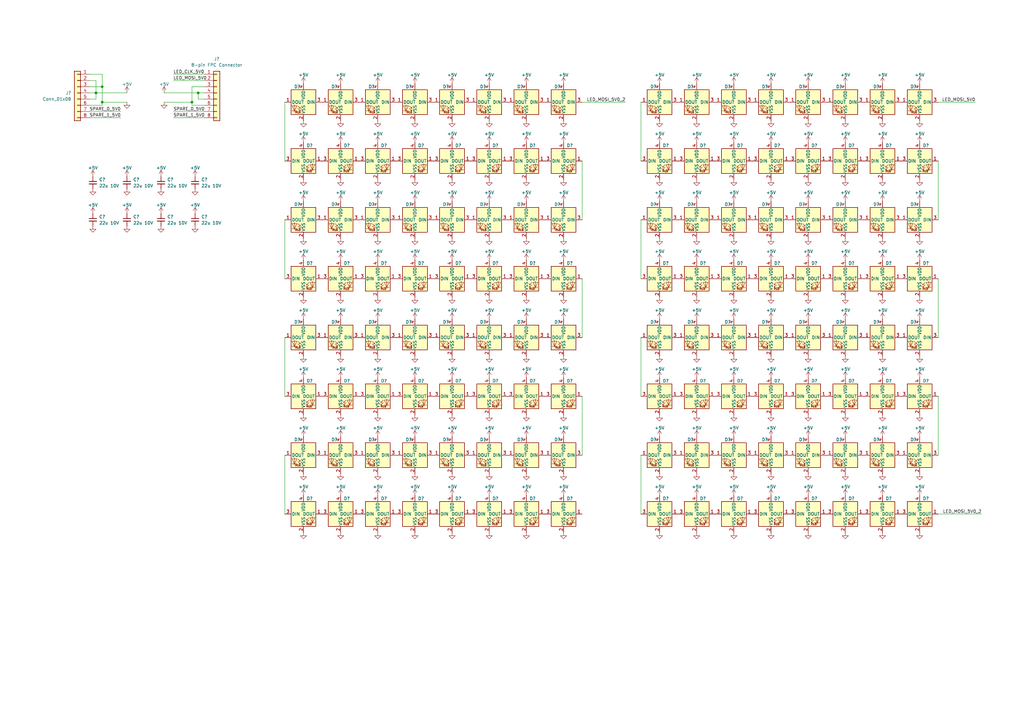
<source format=kicad_sch>
(kicad_sch (version 20211123) (generator eeschema)
  (paper "A3")
  (junction (at 41.91 41.91))
  (junction (at 39.37 38.1))
  (junction (at 81.28 38.1))
  (junction (at 41.91 35.56))
  (junction (at 78.74 41.91))
  (wire (pts (xy 41.91 30.48) (xy 41.91 35.56)))
  (wire (pts (xy 238.76 162.56) (xy 238.76 186.69)))
  (wire (pts (xy 49.53 48.26) (xy 36.83 48.26)))
  (wire (pts (xy 384.81 210.82) (xy 402.59 210.82)))
  (wire (pts (xy 384.81 66.04) (xy 384.81 90.17)))
  (wire (pts (xy 256.54 41.91) (xy 238.76 41.91)))
  (wire (pts (xy 78.74 41.91) (xy 78.74 43.18)))
  (wire (pts (xy 262.89 138.43) (xy 262.89 162.56)))
  (wire (pts (xy 262.89 186.69) (xy 262.89 210.82)))
  (wire (pts (xy 41.91 35.56) (xy 41.91 41.91)))
  (wire (pts (xy 52.07 38.1) (xy 39.37 38.1)))
  (wire (pts (xy 238.76 114.3) (xy 238.76 138.43)))
  (wire (pts (xy 36.83 40.64) (xy 39.37 40.64)))
  (wire (pts (xy 78.74 35.56) (xy 78.74 41.91)))
  (wire (pts (xy 384.81 162.56) (xy 384.81 186.69)))
  (wire (pts (xy 81.28 40.64) (xy 81.28 38.1)))
  (wire (pts (xy 41.91 41.91) (xy 41.91 43.18)))
  (wire (pts (xy 39.37 33.02) (xy 36.83 33.02)))
  (wire (pts (xy 384.81 114.3) (xy 384.81 138.43)))
  (wire (pts (xy 116.84 41.91) (xy 116.84 66.04)))
  (wire (pts (xy 83.82 48.26) (xy 71.12 48.26)))
  (wire (pts (xy 78.74 43.18) (xy 83.82 43.18)))
  (wire (pts (xy 238.76 66.04) (xy 238.76 90.17)))
  (wire (pts (xy 83.82 45.72) (xy 71.12 45.72)))
  (wire (pts (xy 83.82 30.48) (xy 71.12 30.48)))
  (wire (pts (xy 41.91 43.18) (xy 36.83 43.18)))
  (wire (pts (xy 81.28 38.1) (xy 67.31 38.1)))
  (wire (pts (xy 116.84 186.69) (xy 116.84 210.82)))
  (wire (pts (xy 83.82 38.1) (xy 81.28 38.1)))
  (wire (pts (xy 400.05 41.91) (xy 384.81 41.91)))
  (wire (pts (xy 262.89 41.91) (xy 262.89 66.04)))
  (wire (pts (xy 83.82 40.64) (xy 81.28 40.64)))
  (wire (pts (xy 36.83 30.48) (xy 41.91 30.48)))
  (wire (pts (xy 49.53 45.72) (xy 36.83 45.72)))
  (wire (pts (xy 78.74 41.91) (xy 67.31 41.91)))
  (wire (pts (xy 116.84 138.43) (xy 116.84 162.56)))
  (wire (pts (xy 116.84 90.17) (xy 116.84 114.3)))
  (wire (pts (xy 83.82 35.56) (xy 78.74 35.56)))
  (wire (pts (xy 39.37 40.64) (xy 39.37 38.1)))
  (wire (pts (xy 36.83 35.56) (xy 41.91 35.56)))
  (wire (pts (xy 262.89 90.17) (xy 262.89 114.3)))
  (wire (pts (xy 83.82 33.02) (xy 71.12 33.02)))
  (wire (pts (xy 39.37 38.1) (xy 36.83 38.1)))
  (wire (pts (xy 52.07 41.91) (xy 41.91 41.91)))
  (wire (pts (xy 39.37 33.02) (xy 39.37 38.1)))
  (label "LED_MOSI_5V0" (at 400.05 41.91 180))
  (label "SPARE_1_5V0" (at 49.53 48.26 180))
  (label "SPARE_0_5V0" (at 71.12 45.72 0))
  (label "SPARE_0_5V0" (at 49.53 45.72 180))
  (label "LED_MOSI_5V0" (at 71.12 33.02 0))
  (label "LED_CLK_5V0" (at 71.12 30.48 0))
  (label "SPARE_1_5V0" (at 71.12 48.26 0))
  (label "LED_MOSI_5V0_2" (at 256.54 41.91 180))
  (label "LED_MOSI_5V0_2" (at 402.59 210.82 180))
  (symbol (lib_id "power:+5V") (at 361.95 130.81 0) (mirror y) (unit 1)
    (property "Reference" "#PWR?" (effects hide))
    (property "Value" "+5V" (at 361.95 127.254 0))
  )
  (symbol (lib_id "LED:SK6812MINI") (at 154.94 138.43 0) (mirror y) (unit 1)
    (property "Reference" "D?" (at 152.4 132.08 0))
    (property "Value" "SK6812MINI" (effects hide))
    (property "Footprint" "LED_SMD:LED_SK6812MINI_PLCC4_3.5x3.5mm_P1.75mm" (effects hide))
    (property "Datasheet" "https://cdn-shop.adafruit.com/product-files/2686/SK6812MINI_REV.01-1-2.pdf" (effects hide))
  )
  (symbol (lib_id "power:+5V") (at 38.1 87.63 0) (mirror y) (unit 1)
    (property "Reference" "#PWR?" (effects hide))
    (property "Value" "+5V" (at 38.1 84.074 0))
  )
  (symbol (lib_id "LED:SK6812MINI") (at 200.66 186.69 0) (mirror y) (unit 1)
    (property "Reference" "D?" (at 198.12 180.34 0))
    (property "Value" "SK6812MINI" (effects hide))
    (property "Footprint" "LED_SMD:LED_SK6812MINI_PLCC4_3.5x3.5mm_P1.75mm" (effects hide))
    (property "Datasheet" "https://cdn-shop.adafruit.com/product-files/2686/SK6812MINI_REV.01-1-2.pdf" (effects hide))
  )
  (symbol (lib_id "power:+5V") (at 346.71 34.29 0) (mirror y) (unit 1)
    (property "Reference" "#PWR?" (effects hide))
    (property "Value" "+5V" (at 346.71 30.734 0))
  )
  (symbol (lib_id "power:GND") (at 270.51 73.66 0) (unit 1)
    (property "Reference" "#PWR?" (effects hide))
    (property "Value" "GND" (effects hide))
  )
  (symbol (lib_id "power:+5V") (at 67.31 38.1 0) (mirror y) (unit 1)
    (property "Reference" "#PWR?" (effects hide))
    (property "Value" "+5V" (at 67.31 34.544 0))
  )
  (symbol (lib_id "power:+5V") (at 124.46 154.94 0) (unit 1)
    (property "Reference" "#PWR?" (effects hide))
    (property "Value" "+5V" (at 124.46 151.384 0))
  )
  (symbol (lib_id "LED:SK6812MINI") (at 346.71 210.82 0) (unit 1)
    (property "Reference" "D?" (at 349.25 204.47 0))
    (property "Value" "SK6812MINI" (effects hide))
    (property "Footprint" "LED_SMD:LED_SK6812MINI_PLCC4_3.5x3.5mm_P1.75mm" (effects hide))
    (property "Datasheet" "https://cdn-shop.adafruit.com/product-files/2686/SK6812MINI_REV.01-1-2.pdf" (effects hide))
  )
  (symbol (lib_id "LED:SK6812MINI") (at 300.99 138.43 0) (mirror y) (unit 1)
    (property "Reference" "D?" (at 298.45 132.08 0))
    (property "Value" "SK6812MINI" (effects hide))
    (property "Footprint" "LED_SMD:LED_SK6812MINI_PLCC4_3.5x3.5mm_P1.75mm" (effects hide))
    (property "Datasheet" "https://cdn-shop.adafruit.com/product-files/2686/SK6812MINI_REV.01-1-2.pdf" (effects hide))
  )
  (symbol (lib_id "LED:SK6812MINI") (at 124.46 186.69 0) (mirror y) (unit 1)
    (property "Reference" "D?" (at 121.92 180.34 0))
    (property "Value" "SK6812MINI" (effects hide))
    (property "Footprint" "LED_SMD:LED_SK6812MINI_PLCC4_3.5x3.5mm_P1.75mm" (effects hide))
    (property "Datasheet" "https://cdn-shop.adafruit.com/product-files/2686/SK6812MINI_REV.01-1-2.pdf" (effects hide))
  )
  (symbol (lib_id "power:+5V") (at 377.19 82.55 0) (mirror y) (unit 1)
    (property "Reference" "#PWR?" (effects hide))
    (property "Value" "+5V" (at 377.19 78.994 0))
  )
  (symbol (lib_id "LED:SK6812MINI") (at 215.9 138.43 0) (mirror y) (unit 1)
    (property "Reference" "D?" (at 213.36 132.08 0))
    (property "Value" "SK6812MINI" (effects hide))
    (property "Footprint" "LED_SMD:LED_SK6812MINI_PLCC4_3.5x3.5mm_P1.75mm" (effects hide))
    (property "Datasheet" "https://cdn-shop.adafruit.com/product-files/2686/SK6812MINI_REV.01-1-2.pdf" (effects hide))
  )
  (symbol (lib_id "power:GND") (at 231.14 218.44 0) (unit 1)
    (property "Reference" "#PWR?" (effects hide))
    (property "Value" "GND" (effects hide))
  )
  (symbol (lib_id "power:+5V") (at 170.18 82.55 0) (mirror y) (unit 1)
    (property "Reference" "#PWR?" (effects hide))
    (property "Value" "+5V" (at 170.18 78.994 0))
  )
  (symbol (lib_id "power:GND") (at 361.95 194.31 0) (mirror y) (unit 1)
    (property "Reference" "#PWR?" (effects hide))
    (property "Value" "GND" (effects hide))
  )
  (symbol (lib_id "power:GND") (at 300.99 194.31 0) (mirror y) (unit 1)
    (property "Reference" "#PWR?" (effects hide))
    (property "Value" "GND" (effects hide))
  )
  (symbol (lib_id "power:+5V") (at 215.9 34.29 0) (mirror y) (unit 1)
    (property "Reference" "#PWR?" (effects hide))
    (property "Value" "+5V" (at 215.9 30.734 0))
  )
  (symbol (lib_id "power:+5V") (at 139.7 130.81 0) (mirror y) (unit 1)
    (property "Reference" "#PWR?" (effects hide))
    (property "Value" "+5V" (at 139.7 127.254 0))
  )
  (symbol (lib_id "power:+5V") (at 316.23 179.07 0) (mirror y) (unit 1)
    (property "Reference" "#PWR?" (effects hide))
    (property "Value" "+5V" (at 316.23 175.514 0))
  )
  (symbol (lib_id "power:+5V") (at 80.01 87.63 0) (mirror y) (unit 1)
    (property "Reference" "#PWR?" (effects hide))
    (property "Value" "+5V" (at 80.01 84.074 0))
  )
  (symbol (lib_id "power:+5V") (at 285.75 203.2 0) (unit 1)
    (property "Reference" "#PWR?" (effects hide))
    (property "Value" "+5V" (at 285.75 199.644 0))
  )
  (symbol (lib_id "power:+5V") (at 231.14 154.94 0) (unit 1)
    (property "Reference" "#PWR?" (effects hide))
    (property "Value" "+5V" (at 231.14 151.384 0))
  )
  (symbol (lib_id "power:GND") (at 316.23 146.05 0) (mirror y) (unit 1)
    (property "Reference" "#PWR?" (effects hide))
    (property "Value" "GND" (effects hide))
  )
  (symbol (lib_id "power:GND") (at 185.42 218.44 0) (unit 1)
    (property "Reference" "#PWR?" (effects hide))
    (property "Value" "GND" (effects hide))
  )
  (symbol (lib_id "power:GND") (at 285.75 146.05 0) (mirror y) (unit 1)
    (property "Reference" "#PWR?" (effects hide))
    (property "Value" "GND" (effects hide))
  )
  (symbol (lib_id "LED:SK6812MINI") (at 124.46 114.3 0) (unit 1)
    (property "Reference" "D?" (at 127 107.95 0))
    (property "Value" "SK6812MINI" (effects hide))
    (property "Footprint" "LED_SMD:LED_SK6812MINI_PLCC4_3.5x3.5mm_P1.75mm" (effects hide))
    (property "Datasheet" "https://cdn-shop.adafruit.com/product-files/2686/SK6812MINI_REV.01-1-2.pdf" (effects hide))
  )
  (symbol (lib_id "power:+5V") (at 331.47 82.55 0) (mirror y) (unit 1)
    (property "Reference" "#PWR?" (effects hide))
    (property "Value" "+5V" (at 331.47 78.994 0))
  )
  (symbol (lib_id "power:+5V") (at 231.14 203.2 0) (unit 1)
    (property "Reference" "#PWR?" (effects hide))
    (property "Value" "+5V" (at 231.14 199.644 0))
  )
  (symbol (lib_id "LED:SK6812MINI") (at 270.51 66.04 0) (unit 1)
    (property "Reference" "D?" (at 273.05 59.69 0))
    (property "Value" "SK6812MINI" (effects hide))
    (property "Footprint" "LED_SMD:LED_SK6812MINI_PLCC4_3.5x3.5mm_P1.75mm" (effects hide))
    (property "Datasheet" "https://cdn-shop.adafruit.com/product-files/2686/SK6812MINI_REV.01-1-2.pdf" (effects hide))
  )
  (symbol (lib_id "LED:SK6812MINI") (at 170.18 210.82 0) (unit 1)
    (property "Reference" "D?" (at 172.72 204.47 0))
    (property "Value" "SK6812MINI" (effects hide))
    (property "Footprint" "LED_SMD:LED_SK6812MINI_PLCC4_3.5x3.5mm_P1.75mm" (effects hide))
    (property "Datasheet" "https://cdn-shop.adafruit.com/product-files/2686/SK6812MINI_REV.01-1-2.pdf" (effects hide))
  )
  (symbol (lib_id "power:+5V") (at 331.47 58.42 0) (unit 1)
    (property "Reference" "#PWR?" (effects hide))
    (property "Value" "+5V" (at 331.47 54.864 0))
  )
  (symbol (lib_id "power:GND") (at 346.71 73.66 0) (unit 1)
    (property "Reference" "#PWR?" (effects hide))
    (property "Value" "GND" (effects hide))
  )
  (symbol (lib_id "power:+5V") (at 300.99 34.29 0) (mirror y) (unit 1)
    (property "Reference" "#PWR?" (effects hide))
    (property "Value" "+5V" (at 300.99 30.734 0))
  )
  (symbol (lib_id "LED:SK6812MINI") (at 361.95 138.43 0) (mirror y) (unit 1)
    (property "Reference" "D?" (at 359.41 132.08 0))
    (property "Value" "SK6812MINI" (effects hide))
    (property "Footprint" "LED_SMD:LED_SK6812MINI_PLCC4_3.5x3.5mm_P1.75mm" (effects hide))
    (property "Datasheet" "https://cdn-shop.adafruit.com/product-files/2686/SK6812MINI_REV.01-1-2.pdf" (effects hide))
  )
  (symbol (lib_id "power:GND") (at 331.47 170.18 0) (unit 1)
    (property "Reference" "#PWR?" (effects hide))
    (property "Value" "GND" (effects hide))
  )
  (symbol (lib_id "power:GND") (at 170.18 49.53 0) (mirror y) (unit 1)
    (property "Reference" "#PWR?" (effects hide))
    (property "Value" "GND" (effects hide))
  )
  (symbol (lib_id "power:+5V") (at 215.9 58.42 0) (unit 1)
    (property "Reference" "#PWR?" (effects hide))
    (property "Value" "+5V" (at 215.9 54.864 0))
  )
  (symbol (lib_id "LED:SK6812MINI") (at 185.42 41.91 0) (mirror y) (unit 1)
    (property "Reference" "D?" (at 182.88 35.56 0))
    (property "Value" "SK6812MINI" (effects hide))
    (property "Footprint" "LED_SMD:LED_SK6812MINI_PLCC4_3.5x3.5mm_P1.75mm" (effects hide))
    (property "Datasheet" "https://cdn-shop.adafruit.com/product-files/2686/SK6812MINI_REV.01-1-2.pdf" (effects hide))
  )
  (symbol (lib_id "power:GND") (at 377.19 194.31 0) (mirror y) (unit 1)
    (property "Reference" "#PWR?" (effects hide))
    (property "Value" "GND" (effects hide))
  )
  (symbol (lib_id "power:GND") (at 124.46 73.66 0) (unit 1)
    (property "Reference" "#PWR?" (effects hide))
    (property "Value" "GND" (effects hide))
  )
  (symbol (lib_id "power:+5V") (at 154.94 34.29 0) (mirror y) (unit 1)
    (property "Reference" "#PWR?" (effects hide))
    (property "Value" "+5V" (at 154.94 30.734 0))
  )
  (symbol (lib_id "LED:SK6812MINI") (at 200.66 41.91 0) (mirror y) (unit 1)
    (property "Reference" "D?" (at 198.12 35.56 0))
    (property "Value" "SK6812MINI" (effects hide))
    (property "Footprint" "LED_SMD:LED_SK6812MINI_PLCC4_3.5x3.5mm_P1.75mm" (effects hide))
    (property "Datasheet" "https://cdn-shop.adafruit.com/product-files/2686/SK6812MINI_REV.01-1-2.pdf" (effects hide))
  )
  (symbol (lib_id "power:+5V") (at 215.9 179.07 0) (mirror y) (unit 1)
    (property "Reference" "#PWR?" (effects hide))
    (property "Value" "+5V" (at 215.9 175.514 0))
  )
  (symbol (lib_id "power:GND") (at 331.47 73.66 0) (unit 1)
    (property "Reference" "#PWR?" (effects hide))
    (property "Value" "GND" (effects hide))
  )
  (symbol (lib_id "LED:SK6812MINI") (at 377.19 162.56 0) (unit 1)
    (property "Reference" "D?" (at 379.73 156.21 0))
    (property "Value" "SK6812MINI" (effects hide))
    (property "Footprint" "LED_SMD:LED_SK6812MINI_PLCC4_3.5x3.5mm_P1.75mm" (effects hide))
    (property "Datasheet" "https://cdn-shop.adafruit.com/product-files/2686/SK6812MINI_REV.01-1-2.pdf" (effects hide))
  )
  (symbol (lib_id "power:+5V") (at 270.51 179.07 0) (mirror y) (unit 1)
    (property "Reference" "#PWR?" (effects hide))
    (property "Value" "+5V" (at 270.51 175.514 0))
  )
  (symbol (lib_id "power:GND") (at 200.66 49.53 0) (mirror y) (unit 1)
    (property "Reference" "#PWR?" (effects hide))
    (property "Value" "GND" (effects hide))
  )
  (symbol (lib_id "power:+5V") (at 139.7 154.94 0) (unit 1)
    (property "Reference" "#PWR?" (effects hide))
    (property "Value" "+5V" (at 139.7 151.384 0))
  )
  (symbol (lib_id "power:GND") (at 52.07 92.71 0) (mirror y) (unit 1)
    (property "Reference" "#PWR?" (effects hide))
    (property "Value" "GND" (effects hide))
  )
  (symbol (lib_id "power:+5V") (at 300.99 154.94 0) (unit 1)
    (property "Reference" "#PWR?" (effects hide))
    (property "Value" "+5V" (at 300.99 151.384 0))
  )
  (symbol (lib_id "power:GND") (at 285.75 49.53 0) (mirror y) (unit 1)
    (property "Reference" "#PWR?" (effects hide))
    (property "Value" "GND" (effects hide))
  )
  (symbol (lib_id "LED:SK6812MINI") (at 215.9 162.56 0) (unit 1)
    (property "Reference" "D?" (at 218.44 156.21 0))
    (property "Value" "SK6812MINI" (effects hide))
    (property "Footprint" "LED_SMD:LED_SK6812MINI_PLCC4_3.5x3.5mm_P1.75mm" (effects hide))
    (property "Datasheet" "https://cdn-shop.adafruit.com/product-files/2686/SK6812MINI_REV.01-1-2.pdf" (effects hide))
  )
  (symbol (lib_id "power:+5V") (at 170.18 203.2 0) (unit 1)
    (property "Reference" "#PWR?" (effects hide))
    (property "Value" "+5V" (at 170.18 199.644 0))
  )
  (symbol (lib_id "power:+5V") (at 346.71 58.42 0) (unit 1)
    (property "Reference" "#PWR?" (effects hide))
    (property "Value" "+5V" (at 346.71 54.864 0))
  )
  (symbol (lib_id "LED:SK6812MINI") (at 331.47 41.91 0) (mirror y) (unit 1)
    (property "Reference" "D?" (at 328.93 35.56 0))
    (property "Value" "SK6812MINI" (effects hide))
    (property "Footprint" "LED_SMD:LED_SK6812MINI_PLCC4_3.5x3.5mm_P1.75mm" (effects hide))
    (property "Datasheet" "https://cdn-shop.adafruit.com/product-files/2686/SK6812MINI_REV.01-1-2.pdf" (effects hide))
  )
  (symbol (lib_id "LED:SK6812MINI") (at 139.7 210.82 0) (unit 1)
    (property "Reference" "D?" (at 142.24 204.47 0))
    (property "Value" "SK6812MINI" (effects hide))
    (property "Footprint" "LED_SMD:LED_SK6812MINI_PLCC4_3.5x3.5mm_P1.75mm" (effects hide))
    (property "Datasheet" "https://cdn-shop.adafruit.com/product-files/2686/SK6812MINI_REV.01-1-2.pdf" (effects hide))
  )
  (symbol (lib_id "LED:SK6812MINI") (at 316.23 66.04 0) (unit 1)
    (property "Reference" "D?" (at 318.77 59.69 0))
    (property "Value" "SK6812MINI" (effects hide))
    (property "Footprint" "LED_SMD:LED_SK6812MINI_PLCC4_3.5x3.5mm_P1.75mm" (effects hide))
    (property "Datasheet" "https://cdn-shop.adafruit.com/product-files/2686/SK6812MINI_REV.01-1-2.pdf" (effects hide))
  )
  (symbol (lib_id "LED:SK6812MINI") (at 377.19 66.04 0) (unit 1)
    (property "Reference" "D?" (at 379.73 59.69 0))
    (property "Value" "SK6812MINI" (effects hide))
    (property "Footprint" "LED_SMD:LED_SK6812MINI_PLCC4_3.5x3.5mm_P1.75mm" (effects hide))
    (property "Datasheet" "https://cdn-shop.adafruit.com/product-files/2686/SK6812MINI_REV.01-1-2.pdf" (effects hide))
  )
  (symbol (lib_id "power:GND") (at 215.9 73.66 0) (unit 1)
    (property "Reference" "#PWR?" (effects hide))
    (property "Value" "GND" (effects hide))
  )
  (symbol (lib_id "LED:SK6812MINI") (at 215.9 90.17 0) (mirror y) (unit 1)
    (property "Reference" "D?" (at 213.36 83.82 0))
    (property "Value" "SK6812MINI" (effects hide))
    (property "Footprint" "LED_SMD:LED_SK6812MINI_PLCC4_3.5x3.5mm_P1.75mm" (effects hide))
    (property "Datasheet" "https://cdn-shop.adafruit.com/product-files/2686/SK6812MINI_REV.01-1-2.pdf" (effects hide))
  )
  (symbol (lib_id "LED:SK6812MINI") (at 361.95 186.69 0) (mirror y) (unit 1)
    (property "Reference" "D?" (at 359.41 180.34 0))
    (property "Value" "SK6812MINI" (effects hide))
    (property "Footprint" "LED_SMD:LED_SK6812MINI_PLCC4_3.5x3.5mm_P1.75mm" (effects hide))
    (property "Datasheet" "https://cdn-shop.adafruit.com/product-files/2686/SK6812MINI_REV.01-1-2.pdf" (effects hide))
  )
  (symbol (lib_id "power:GND") (at 139.7 97.79 0) (mirror y) (unit 1)
    (property "Reference" "#PWR?" (effects hide))
    (property "Value" "GND" (effects hide))
  )
  (symbol (lib_id "power:+5V") (at 139.7 34.29 0) (mirror y) (unit 1)
    (property "Reference" "#PWR?" (effects hide))
    (property "Value" "+5V" (at 139.7 30.734 0))
  )
  (symbol (lib_id "power:GND") (at 139.7 121.92 0) (unit 1)
    (property "Reference" "#PWR?" (effects hide))
    (property "Value" "GND" (effects hide))
  )
  (symbol (lib_id "power:GND") (at 139.7 170.18 0) (unit 1)
    (property "Reference" "#PWR?" (effects hide))
    (property "Value" "GND" (effects hide))
  )
  (symbol (lib_id "power:GND") (at 377.19 218.44 0) (unit 1)
    (property "Reference" "#PWR?" (effects hide))
    (property "Value" "GND" (effects hide))
  )
  (symbol (lib_id "power:GND") (at 270.51 146.05 0) (mirror y) (unit 1)
    (property "Reference" "#PWR?" (effects hide))
    (property "Value" "GND" (effects hide))
  )
  (symbol (lib_id "LED:SK6812MINI") (at 215.9 210.82 0) (unit 1)
    (property "Reference" "D?" (at 218.44 204.47 0))
    (property "Value" "SK6812MINI" (effects hide))
    (property "Footprint" "LED_SMD:LED_SK6812MINI_PLCC4_3.5x3.5mm_P1.75mm" (effects hide))
    (property "Datasheet" "https://cdn-shop.adafruit.com/product-files/2686/SK6812MINI_REV.01-1-2.pdf" (effects hide))
  )
  (symbol (lib_id "power:GND") (at 200.66 218.44 0) (unit 1)
    (property "Reference" "#PWR?" (effects hide))
    (property "Value" "GND" (effects hide))
  )
  (symbol (lib_id "power:+5V") (at 361.95 154.94 0) (unit 1)
    (property "Reference" "#PWR?" (effects hide))
    (property "Value" "+5V" (at 361.95 151.384 0))
  )
  (symbol (lib_id "LED:SK6812MINI") (at 124.46 210.82 0) (unit 1)
    (property "Reference" "D?" (at 127 204.47 0))
    (property "Value" "SK6812MINI" (effects hide))
    (property "Footprint" "LED_SMD:LED_SK6812MINI_PLCC4_3.5x3.5mm_P1.75mm" (effects hide))
    (property "Datasheet" "https://cdn-shop.adafruit.com/product-files/2686/SK6812MINI_REV.01-1-2.pdf" (effects hide))
  )
  (symbol (lib_id "power:GND") (at 185.42 146.05 0) (mirror y) (unit 1)
    (property "Reference" "#PWR?" (effects hide))
    (property "Value" "GND" (effects hide))
  )
  (symbol (lib_id "power:GND") (at 200.66 146.05 0) (mirror y) (unit 1)
    (property "Reference" "#PWR?" (effects hide))
    (property "Value" "GND" (effects hide))
  )
  (symbol (lib_id "power:+5V") (at 185.42 34.29 0) (mirror y) (unit 1)
    (property "Reference" "#PWR?" (effects hide))
    (property "Value" "+5V" (at 185.42 30.734 0))
  )
  (symbol (lib_id "power:GND") (at 346.71 218.44 0) (unit 1)
    (property "Reference" "#PWR?" (effects hide))
    (property "Value" "GND" (effects hide))
  )
  (symbol (lib_id "power:+5V") (at 154.94 106.68 0) (unit 1)
    (property "Reference" "#PWR?" (effects hide))
    (property "Value" "+5V" (at 154.94 103.124 0))
  )
  (symbol (lib_id "power:+5V") (at 270.51 203.2 0) (unit 1)
    (property "Reference" "#PWR?" (effects hide))
    (property "Value" "+5V" (at 270.51 199.644 0))
  )
  (symbol (lib_id "power:+5V") (at 285.75 130.81 0) (mirror y) (unit 1)
    (property "Reference" "#PWR?" (effects hide))
    (property "Value" "+5V" (at 285.75 127.254 0))
  )
  (symbol (lib_id "power:GND") (at 215.9 121.92 0) (unit 1)
    (property "Reference" "#PWR?" (effects hide))
    (property "Value" "GND" (effects hide))
  )
  (symbol (lib_id "power:GND") (at 346.71 146.05 0) (mirror y) (unit 1)
    (property "Reference" "#PWR?" (effects hide))
    (property "Value" "GND" (effects hide))
  )
  (symbol (lib_id "LED:SK6812MINI") (at 185.42 90.17 0) (mirror y) (unit 1)
    (property "Reference" "D?" (at 182.88 83.82 0))
    (property "Value" "SK6812MINI" (effects hide))
    (property "Footprint" "LED_SMD:LED_SK6812MINI_PLCC4_3.5x3.5mm_P1.75mm" (effects hide))
    (property "Datasheet" "https://cdn-shop.adafruit.com/product-files/2686/SK6812MINI_REV.01-1-2.pdf" (effects hide))
  )
  (symbol (lib_id "power:GND") (at 154.94 146.05 0) (mirror y) (unit 1)
    (property "Reference" "#PWR?" (effects hide))
    (property "Value" "GND" (effects hide))
  )
  (symbol (lib_id "LED:SK6812MINI") (at 316.23 41.91 0) (mirror y) (unit 1)
    (property "Reference" "D?" (at 313.69 35.56 0))
    (property "Value" "SK6812MINI" (effects hide))
    (property "Footprint" "LED_SMD:LED_SK6812MINI_PLCC4_3.5x3.5mm_P1.75mm" (effects hide))
    (property "Datasheet" "https://cdn-shop.adafruit.com/product-files/2686/SK6812MINI_REV.01-1-2.pdf" (effects hide))
  )
  (symbol (lib_id "LED:SK6812MINI") (at 231.14 114.3 0) (unit 1)
    (property "Reference" "D?" (at 233.68 107.95 0))
    (property "Value" "SK6812MINI" (effects hide))
    (property "Footprint" "LED_SMD:LED_SK6812MINI_PLCC4_3.5x3.5mm_P1.75mm" (effects hide))
    (property "Datasheet" "https://cdn-shop.adafruit.com/product-files/2686/SK6812MINI_REV.01-1-2.pdf" (effects hide))
  )
  (symbol (lib_id "LED:SK6812MINI") (at 361.95 66.04 0) (unit 1)
    (property "Reference" "D?" (at 364.49 59.69 0))
    (property "Value" "SK6812MINI" (effects hide))
    (property "Footprint" "LED_SMD:LED_SK6812MINI_PLCC4_3.5x3.5mm_P1.75mm" (effects hide))
    (property "Datasheet" "https://cdn-shop.adafruit.com/product-files/2686/SK6812MINI_REV.01-1-2.pdf" (effects hide))
  )
  (symbol (lib_id "power:+5V") (at 52.07 72.39 0) (mirror y) (unit 1)
    (property "Reference" "#PWR?" (effects hide))
    (property "Value" "+5V" (at 52.07 68.834 0))
  )
  (symbol (lib_id "power:+5V") (at 316.23 154.94 0) (unit 1)
    (property "Reference" "#PWR?" (effects hide))
    (property "Value" "+5V" (at 316.23 151.384 0))
  )
  (symbol (lib_id "LED:SK6812MINI") (at 270.51 162.56 0) (unit 1)
    (property "Reference" "D?" (at 273.05 156.21 0))
    (property "Value" "SK6812MINI" (effects hide))
    (property "Footprint" "LED_SMD:LED_SK6812MINI_PLCC4_3.5x3.5mm_P1.75mm" (effects hide))
    (property "Datasheet" "https://cdn-shop.adafruit.com/product-files/2686/SK6812MINI_REV.01-1-2.pdf" (effects hide))
  )
  (symbol (lib_id "LED:SK6812MINI") (at 170.18 114.3 0) (unit 1)
    (property "Reference" "D?" (at 172.72 107.95 0))
    (property "Value" "SK6812MINI" (effects hide))
    (property "Footprint" "LED_SMD:LED_SK6812MINI_PLCC4_3.5x3.5mm_P1.75mm" (effects hide))
    (property "Datasheet" "https://cdn-shop.adafruit.com/product-files/2686/SK6812MINI_REV.01-1-2.pdf" (effects hide))
  )
  (symbol (lib_id "LED:SK6812MINI") (at 300.99 41.91 0) (mirror y) (unit 1)
    (property "Reference" "D?" (at 298.45 35.56 0))
    (property "Value" "SK6812MINI" (effects hide))
    (property "Footprint" "LED_SMD:LED_SK6812MINI_PLCC4_3.5x3.5mm_P1.75mm" (effects hide))
    (property "Datasheet" "https://cdn-shop.adafruit.com/product-files/2686/SK6812MINI_REV.01-1-2.pdf" (effects hide))
  )
  (symbol (lib_id "LED:SK6812MINI") (at 185.42 138.43 0) (mirror y) (unit 1)
    (property "Reference" "D?" (at 182.88 132.08 0))
    (property "Value" "SK6812MINI" (effects hide))
    (property "Footprint" "LED_SMD:LED_SK6812MINI_PLCC4_3.5x3.5mm_P1.75mm" (effects hide))
    (property "Datasheet" "https://cdn-shop.adafruit.com/product-files/2686/SK6812MINI_REV.01-1-2.pdf" (effects hide))
  )
  (symbol (lib_id "power:+5V") (at 124.46 106.68 0) (unit 1)
    (property "Reference" "#PWR?" (effects hide))
    (property "Value" "+5V" (at 124.46 103.124 0))
  )
  (symbol (lib_id "power:GND") (at 185.42 73.66 0) (unit 1)
    (property "Reference" "#PWR?" (effects hide))
    (property "Value" "GND" (effects hide))
  )
  (symbol (lib_id "LED:SK6812MINI") (at 316.23 90.17 0) (mirror y) (unit 1)
    (property "Reference" "D?" (at 313.69 83.82 0))
    (property "Value" "SK6812MINI" (effects hide))
    (property "Footprint" "LED_SMD:LED_SK6812MINI_PLCC4_3.5x3.5mm_P1.75mm" (effects hide))
    (property "Datasheet" "https://cdn-shop.adafruit.com/product-files/2686/SK6812MINI_REV.01-1-2.pdf" (effects hide))
  )
  (symbol (lib_id "power:GND") (at 361.95 121.92 0) (unit 1)
    (property "Reference" "#PWR?" (effects hide))
    (property "Value" "GND" (effects hide))
  )
  (symbol (lib_id "power:GND") (at 377.19 97.79 0) (mirror y) (unit 1)
    (property "Reference" "#PWR?" (effects hide))
    (property "Value" "GND" (effects hide))
  )
  (symbol (lib_id "LED:SK6812MINI") (at 270.51 138.43 0) (mirror y) (unit 1)
    (property "Reference" "D?" (at 267.97 132.08 0))
    (property "Value" "SK6812MINI" (effects hide))
    (property "Footprint" "LED_SMD:LED_SK6812MINI_PLCC4_3.5x3.5mm_P1.75mm" (effects hide))
    (property "Datasheet" "https://cdn-shop.adafruit.com/product-files/2686/SK6812MINI_REV.01-1-2.pdf" (effects hide))
  )
  (symbol (lib_id "power:+5V") (at 200.66 203.2 0) (unit 1)
    (property "Reference" "#PWR?" (effects hide))
    (property "Value" "+5V" (at 200.66 199.644 0))
  )
  (symbol (lib_id "power:+5V") (at 270.51 130.81 0) (mirror y) (unit 1)
    (property "Reference" "#PWR?" (effects hide))
    (property "Value" "+5V" (at 270.51 127.254 0))
  )
  (symbol (lib_id "LED:SK6812MINI") (at 285.75 41.91 0) (mirror y) (unit 1)
    (property "Reference" "D?" (at 283.21 35.56 0))
    (property "Value" "SK6812MINI" (effects hide))
    (property "Footprint" "LED_SMD:LED_SK6812MINI_PLCC4_3.5x3.5mm_P1.75mm" (effects hide))
    (property "Datasheet" "https://cdn-shop.adafruit.com/product-files/2686/SK6812MINI_REV.01-1-2.pdf" (effects hide))
  )
  (symbol (lib_id "LED:SK6812MINI") (at 185.42 66.04 0) (unit 1)
    (property "Reference" "D?" (at 187.96 59.69 0))
    (property "Value" "SK6812MINI" (effects hide))
    (property "Footprint" "LED_SMD:LED_SK6812MINI_PLCC4_3.5x3.5mm_P1.75mm" (effects hide))
    (property "Datasheet" "https://cdn-shop.adafruit.com/product-files/2686/SK6812MINI_REV.01-1-2.pdf" (effects hide))
  )
  (symbol (lib_id "LED:SK6812MINI") (at 170.18 66.04 0) (unit 1)
    (property "Reference" "D?" (at 172.72 59.69 0))
    (property "Value" "SK6812MINI" (effects hide))
    (property "Footprint" "LED_SMD:LED_SK6812MINI_PLCC4_3.5x3.5mm_P1.75mm" (effects hide))
    (property "Datasheet" "https://cdn-shop.adafruit.com/product-files/2686/SK6812MINI_REV.01-1-2.pdf" (effects hide))
  )
  (symbol (lib_id "power:GND") (at 170.18 73.66 0) (unit 1)
    (property "Reference" "#PWR?" (effects hide))
    (property "Value" "GND" (effects hide))
  )
  (symbol (lib_id "power:GND") (at 377.19 49.53 0) (mirror y) (unit 1)
    (property "Reference" "#PWR?" (effects hide))
    (property "Value" "GND" (effects hide))
  )
  (symbol (lib_id "power:+5V") (at 361.95 106.68 0) (unit 1)
    (property "Reference" "#PWR?" (effects hide))
    (property "Value" "+5V" (at 361.95 103.124 0))
  )
  (symbol (lib_id "power:GND") (at 154.94 121.92 0) (unit 1)
    (property "Reference" "#PWR?" (effects hide))
    (property "Value" "GND" (effects hide))
  )
  (symbol (lib_id "power:+5V") (at 200.66 34.29 0) (mirror y) (unit 1)
    (property "Reference" "#PWR?" (effects hide))
    (property "Value" "+5V" (at 200.66 30.734 0))
  )
  (symbol (lib_id "LED:SK6812MINI") (at 331.47 138.43 0) (mirror y) (unit 1)
    (property "Reference" "D?" (at 328.93 132.08 0))
    (property "Value" "SK6812MINI" (effects hide))
    (property "Footprint" "LED_SMD:LED_SK6812MINI_PLCC4_3.5x3.5mm_P1.75mm" (effects hide))
    (property "Datasheet" "https://cdn-shop.adafruit.com/product-files/2686/SK6812MINI_REV.01-1-2.pdf" (effects hide))
  )
  (symbol (lib_id "power:GND") (at 139.7 194.31 0) (mirror y) (unit 1)
    (property "Reference" "#PWR?" (effects hide))
    (property "Value" "GND" (effects hide))
  )
  (symbol (lib_id "power:GND") (at 124.46 97.79 0) (mirror y) (unit 1)
    (property "Reference" "#PWR?" (effects hide))
    (property "Value" "GND" (effects hide))
  )
  (symbol (lib_id "power:+5V") (at 66.04 72.39 0) (mirror y) (unit 1)
    (property "Reference" "#PWR?" (effects hide))
    (property "Value" "+5V" (at 66.04 68.834 0))
  )
  (symbol (lib_id "power:GND") (at 285.75 194.31 0) (mirror y) (unit 1)
    (property "Reference" "#PWR?" (effects hide))
    (property "Value" "GND" (effects hide))
  )
  (symbol (lib_id "LED:SK6812MINI") (at 185.42 114.3 0) (unit 1)
    (property "Reference" "D?" (at 187.96 107.95 0))
    (property "Value" "SK6812MINI" (effects hide))
    (property "Footprint" "LED_SMD:LED_SK6812MINI_PLCC4_3.5x3.5mm_P1.75mm" (effects hide))
    (property "Datasheet" "https://cdn-shop.adafruit.com/product-files/2686/SK6812MINI_REV.01-1-2.pdf" (effects hide))
  )
  (symbol (lib_id "power:GND") (at 139.7 73.66 0) (unit 1)
    (property "Reference" "#PWR?" (effects hide))
    (property "Value" "GND" (effects hide))
  )
  (symbol (lib_id "LED:SK6812MINI") (at 285.75 210.82 0) (unit 1)
    (property "Reference" "D?" (at 288.29 204.47 0))
    (property "Value" "SK6812MINI" (effects hide))
    (property "Footprint" "LED_SMD:LED_SK6812MINI_PLCC4_3.5x3.5mm_P1.75mm" (effects hide))
    (property "Datasheet" "https://cdn-shop.adafruit.com/product-files/2686/SK6812MINI_REV.01-1-2.pdf" (effects hide))
  )
  (symbol (lib_id "power:GND") (at 200.66 121.92 0) (unit 1)
    (property "Reference" "#PWR?" (effects hide))
    (property "Value" "GND" (effects hide))
  )
  (symbol (lib_id "power:GND") (at 170.18 218.44 0) (unit 1)
    (property "Reference" "#PWR?" (effects hide))
    (property "Value" "GND" (effects hide))
  )
  (symbol (lib_id "power:GND") (at 300.99 218.44 0) (unit 1)
    (property "Reference" "#PWR?" (effects hide))
    (property "Value" "GND" (effects hide))
  )
  (symbol (lib_id "LED:SK6812MINI") (at 170.18 41.91 0) (mirror y) (unit 1)
    (property "Reference" "D?" (at 167.64 35.56 0))
    (property "Value" "SK6812MINI" (effects hide))
    (property "Footprint" "LED_SMD:LED_SK6812MINI_PLCC4_3.5x3.5mm_P1.75mm" (effects hide))
    (property "Datasheet" "https://cdn-shop.adafruit.com/product-files/2686/SK6812MINI_REV.01-1-2.pdf" (effects hide))
  )
  (symbol (lib_id "power:GND") (at 331.47 49.53 0) (mirror y) (unit 1)
    (property "Reference" "#PWR?" (effects hide))
    (property "Value" "GND" (effects hide))
  )
  (symbol (lib_id "power:+5V") (at 231.14 58.42 0) (unit 1)
    (property "Reference" "#PWR?" (effects hide))
    (property "Value" "+5V" (at 231.14 54.864 0))
  )
  (symbol (lib_id "LED:SK6812MINI") (at 270.51 90.17 0) (mirror y) (unit 1)
    (property "Reference" "D?" (at 267.97 83.82 0))
    (property "Value" "SK6812MINI" (effects hide))
    (property "Footprint" "LED_SMD:LED_SK6812MINI_PLCC4_3.5x3.5mm_P1.75mm" (effects hide))
    (property "Datasheet" "https://cdn-shop.adafruit.com/product-files/2686/SK6812MINI_REV.01-1-2.pdf" (effects hide))
  )
  (symbol (lib_id "power:+5V") (at 139.7 82.55 0) (mirror y) (unit 1)
    (property "Reference" "#PWR?" (effects hide))
    (property "Value" "+5V" (at 139.7 78.994 0))
  )
  (symbol (lib_id "power:GND") (at 185.42 194.31 0) (mirror y) (unit 1)
    (property "Reference" "#PWR?" (effects hide))
    (property "Value" "GND" (effects hide))
  )
  (symbol (lib_id "power:GND") (at 231.14 121.92 0) (unit 1)
    (property "Reference" "#PWR?" (effects hide))
    (property "Value" "GND" (effects hide))
  )
  (symbol (lib_id "power:GND") (at 361.95 73.66 0) (unit 1)
    (property "Reference" "#PWR?" (effects hide))
    (property "Value" "GND" (effects hide))
  )
  (symbol (lib_id "LED:SK6812MINI") (at 231.14 41.91 0) (mirror y) (unit 1)
    (property "Reference" "D?" (at 228.6 35.56 0))
    (property "Value" "SK6812MINI" (effects hide))
    (property "Footprint" "LED_SMD:LED_SK6812MINI_PLCC4_3.5x3.5mm_P1.75mm" (effects hide))
    (property "Datasheet" "https://cdn-shop.adafruit.com/product-files/2686/SK6812MINI_REV.01-1-2.pdf" (effects hide))
  )
  (symbol (lib_id "power:GND") (at 67.31 41.91 0) (mirror y) (unit 1)
    (property "Reference" "#PWR?" (effects hide))
    (property "Value" "GND" (effects hide))
  )
  (symbol (lib_id "power:+5V") (at 124.46 130.81 0) (mirror y) (unit 1)
    (property "Reference" "#PWR?" (effects hide))
    (property "Value" "+5V" (at 124.46 127.254 0))
  )
  (symbol (lib_id "power:+5V") (at 300.99 106.68 0) (unit 1)
    (property "Reference" "#PWR?" (effects hide))
    (property "Value" "+5V" (at 300.99 103.124 0))
  )
  (symbol (lib_id "power:GND") (at 377.19 121.92 0) (unit 1)
    (property "Reference" "#PWR?" (effects hide))
    (property "Value" "GND" (effects hide))
  )
  (symbol (lib_id "power:+5V") (at 185.42 82.55 0) (mirror y) (unit 1)
    (property "Reference" "#PWR?" (effects hide))
    (property "Value" "+5V" (at 185.42 78.994 0))
  )
  (symbol (lib_id "LED:SK6812MINI") (at 270.51 210.82 0) (unit 1)
    (property "Reference" "D?" (at 273.05 204.47 0))
    (property "Value" "SK6812MINI" (effects hide))
    (property "Footprint" "LED_SMD:LED_SK6812MINI_PLCC4_3.5x3.5mm_P1.75mm" (effects hide))
    (property "Datasheet" "https://cdn-shop.adafruit.com/product-files/2686/SK6812MINI_REV.01-1-2.pdf" (effects hide))
  )
  (symbol (lib_id "LED:SK6812MINI") (at 300.99 162.56 0) (unit 1)
    (property "Reference" "D?" (at 303.53 156.21 0))
    (property "Value" "SK6812MINI" (effects hide))
    (property "Footprint" "LED_SMD:LED_SK6812MINI_PLCC4_3.5x3.5mm_P1.75mm" (effects hide))
    (property "Datasheet" "https://cdn-shop.adafruit.com/product-files/2686/SK6812MINI_REV.01-1-2.pdf" (effects hide))
  )
  (symbol (lib_id "power:+5V") (at 185.42 130.81 0) (mirror y) (unit 1)
    (property "Reference" "#PWR?" (effects hide))
    (property "Value" "+5V" (at 185.42 127.254 0))
  )
  (symbol (lib_id "LED:SK6812MINI") (at 300.99 66.04 0) (unit 1)
    (property "Reference" "D?" (at 303.53 59.69 0))
    (property "Value" "SK6812MINI" (effects hide))
    (property "Footprint" "LED_SMD:LED_SK6812MINI_PLCC4_3.5x3.5mm_P1.75mm" (effects hide))
    (property "Datasheet" "https://cdn-shop.adafruit.com/product-files/2686/SK6812MINI_REV.01-1-2.pdf" (effects hide))
  )
  (symbol (lib_id "power:+5V") (at 316.23 34.29 0) (mirror y) (unit 1)
    (property "Reference" "#PWR?" (effects hide))
    (property "Value" "+5V" (at 316.23 30.734 0))
  )
  (symbol (lib_id "LED:SK6812MINI") (at 139.7 114.3 0) (unit 1)
    (property "Reference" "D?" (at 142.24 107.95 0))
    (property "Value" "SK6812MINI" (effects hide))
    (property "Footprint" "LED_SMD:LED_SK6812MINI_PLCC4_3.5x3.5mm_P1.75mm" (effects hide))
    (property "Datasheet" "https://cdn-shop.adafruit.com/product-files/2686/SK6812MINI_REV.01-1-2.pdf" (effects hide))
  )
  (symbol (lib_id "Device:C_Small") (at 66.04 90.17 0) (unit 1)
    (property "Reference" "C?" (at 68.58 88.9062 0) (effects (justify left)))
    (property "Value" "22u 10V" (at 68.58 91.4462 0) (effects (justify left)))
    (property "Item Link" "https://www.digikey.com.au/en/products/detail/murata-electronics/GRM188R61A226ME15J/6605932" (effects hide))
  )
  (symbol (lib_id "Connector_Generic:Conn_01x08") (at 88.9 38.1 0) (unit 1)
    (property "Reference" "J?" (at 88.9 24.13 0))
    (property "Value" "8-pin FPC Connector" (at 88.9 26.67 0))
    (property "Item Link" "https://www.digikey.com.au/en/products/detail/molex/5052780833/5874865" (effects hide))
  )
  (symbol (lib_id "power:GND") (at 185.42 97.79 0) (mirror y) (unit 1)
    (property "Reference" "#PWR?" (effects hide))
    (property "Value" "GND" (effects hide))
  )
  (symbol (lib_id "power:GND") (at 270.51 97.79 0) (mirror y) (unit 1)
    (property "Reference" "#PWR?" (effects hide))
    (property "Value" "GND" (effects hide))
  )
  (symbol (lib_id "power:+5V") (at 316.23 203.2 0) (unit 1)
    (property "Reference" "#PWR?" (effects hide))
    (property "Value" "+5V" (at 316.23 199.644 0))
  )
  (symbol (lib_id "LED:SK6812MINI") (at 154.94 66.04 0) (unit 1)
    (property "Reference" "D?" (at 157.48 59.69 0))
    (property "Value" "SK6812MINI" (effects hide))
    (property "Footprint" "LED_SMD:LED_SK6812MINI_PLCC4_3.5x3.5mm_P1.75mm" (effects hide))
    (property "Datasheet" "https://cdn-shop.adafruit.com/product-files/2686/SK6812MINI_REV.01-1-2.pdf" (effects hide))
  )
  (symbol (lib_id "power:GND") (at 331.47 97.79 0) (mirror y) (unit 1)
    (property "Reference" "#PWR?" (effects hide))
    (property "Value" "GND" (effects hide))
  )
  (symbol (lib_id "power:GND") (at 316.23 97.79 0) (mirror y) (unit 1)
    (property "Reference" "#PWR?" (effects hide))
    (property "Value" "GND" (effects hide))
  )
  (symbol (lib_id "LED:SK6812MINI") (at 124.46 138.43 0) (mirror y) (unit 1)
    (property "Reference" "D?" (at 121.92 132.08 0))
    (property "Value" "SK6812MINI" (effects hide))
    (property "Footprint" "LED_SMD:LED_SK6812MINI_PLCC4_3.5x3.5mm_P1.75mm" (effects hide))
    (property "Datasheet" "https://cdn-shop.adafruit.com/product-files/2686/SK6812MINI_REV.01-1-2.pdf" (effects hide))
  )
  (symbol (lib_id "LED:SK6812MINI") (at 331.47 66.04 0) (unit 1)
    (property "Reference" "D?" (at 334.01 59.69 0))
    (property "Value" "SK6812MINI" (effects hide))
    (property "Footprint" "LED_SMD:LED_SK6812MINI_PLCC4_3.5x3.5mm_P1.75mm" (effects hide))
    (property "Datasheet" "https://cdn-shop.adafruit.com/product-files/2686/SK6812MINI_REV.01-1-2.pdf" (effects hide))
  )
  (symbol (lib_id "power:GND") (at 331.47 146.05 0) (mirror y) (unit 1)
    (property "Reference" "#PWR?" (effects hide))
    (property "Value" "GND" (effects hide))
  )
  (symbol (lib_id "LED:SK6812MINI") (at 377.19 114.3 0) (unit 1)
    (property "Reference" "D?" (at 379.73 107.95 0))
    (property "Value" "SK6812MINI" (effects hide))
    (property "Footprint" "LED_SMD:LED_SK6812MINI_PLCC4_3.5x3.5mm_P1.75mm" (effects hide))
    (property "Datasheet" "https://cdn-shop.adafruit.com/product-files/2686/SK6812MINI_REV.01-1-2.pdf" (effects hide))
  )
  (symbol (lib_id "LED:SK6812MINI") (at 139.7 90.17 0) (mirror y) (unit 1)
    (property "Reference" "D?" (at 137.16 83.82 0))
    (property "Value" "SK6812MINI" (effects hide))
    (property "Footprint" "LED_SMD:LED_SK6812MINI_PLCC4_3.5x3.5mm_P1.75mm" (effects hide))
    (property "Datasheet" "https://cdn-shop.adafruit.com/product-files/2686/SK6812MINI_REV.01-1-2.pdf" (effects hide))
  )
  (symbol (lib_id "power:GND") (at 316.23 170.18 0) (unit 1)
    (property "Reference" "#PWR?" (effects hide))
    (property "Value" "GND" (effects hide))
  )
  (symbol (lib_id "power:+5V") (at 170.18 58.42 0) (unit 1)
    (property "Reference" "#PWR?" (effects hide))
    (property "Value" "+5V" (at 170.18 54.864 0))
  )
  (symbol (lib_id "power:+5V") (at 170.18 34.29 0) (mirror y) (unit 1)
    (property "Reference" "#PWR?" (effects hide))
    (property "Value" "+5V" (at 170.18 30.734 0))
  )
  (symbol (lib_id "power:GND") (at 300.99 170.18 0) (unit 1)
    (property "Reference" "#PWR?" (effects hide))
    (property "Value" "GND" (effects hide))
  )
  (symbol (lib_id "power:GND") (at 52.07 77.47 0) (mirror y) (unit 1)
    (property "Reference" "#PWR?" (effects hide))
    (property "Value" "GND" (effects hide))
  )
  (symbol (lib_id "LED:SK6812MINI") (at 346.71 41.91 0) (mirror y) (unit 1)
    (property "Reference" "D?" (at 344.17 35.56 0))
    (property "Value" "SK6812MINI" (effects hide))
    (property "Footprint" "LED_SMD:LED_SK6812MINI_PLCC4_3.5x3.5mm_P1.75mm" (effects hide))
    (property "Datasheet" "https://cdn-shop.adafruit.com/product-files/2686/SK6812MINI_REV.01-1-2.pdf" (effects hide))
  )
  (symbol (lib_id "power:+5V") (at 377.19 203.2 0) (unit 1)
    (property "Reference" "#PWR?" (effects hide))
    (property "Value" "+5V" (at 377.19 199.644 0))
  )
  (symbol (lib_id "power:+5V") (at 215.9 154.94 0) (unit 1)
    (property "Reference" "#PWR?" (effects hide))
    (property "Value" "+5V" (at 215.9 151.384 0))
  )
  (symbol (lib_id "LED:SK6812MINI") (at 346.71 66.04 0) (unit 1)
    (property "Reference" "D?" (at 349.25 59.69 0))
    (property "Value" "SK6812MINI" (effects hide))
    (property "Footprint" "LED_SMD:LED_SK6812MINI_PLCC4_3.5x3.5mm_P1.75mm" (effects hide))
    (property "Datasheet" "https://cdn-shop.adafruit.com/product-files/2686/SK6812MINI_REV.01-1-2.pdf" (effects hide))
  )
  (symbol (lib_id "power:+5V") (at 331.47 34.29 0) (mirror y) (unit 1)
    (property "Reference" "#PWR?" (effects hide))
    (property "Value" "+5V" (at 331.47 30.734 0))
  )
  (symbol (lib_id "power:+5V") (at 231.14 34.29 0) (mirror y) (unit 1)
    (property "Reference" "#PWR?" (effects hide))
    (property "Value" "+5V" (at 231.14 30.734 0))
  )
  (symbol (lib_id "power:+5V") (at 331.47 154.94 0) (unit 1)
    (property "Reference" "#PWR?" (effects hide))
    (property "Value" "+5V" (at 331.47 151.384 0))
  )
  (symbol (lib_id "power:GND") (at 215.9 49.53 0) (mirror y) (unit 1)
    (property "Reference" "#PWR?" (effects hide))
    (property "Value" "GND" (effects hide))
  )
  (symbol (lib_id "power:+5V") (at 300.99 203.2 0) (unit 1)
    (property "Reference" "#PWR?" (effects hide))
    (property "Value" "+5V" (at 300.99 199.644 0))
  )
  (symbol (lib_id "power:+5V") (at 285.75 106.68 0) (unit 1)
    (property "Reference" "#PWR?" (effects hide))
    (property "Value" "+5V" (at 285.75 103.124 0))
  )
  (symbol (lib_id "power:+5V") (at 200.66 58.42 0) (unit 1)
    (property "Reference" "#PWR?" (effects hide))
    (property "Value" "+5V" (at 200.66 54.864 0))
  )
  (symbol (lib_id "power:+5V") (at 300.99 82.55 0) (mirror y) (unit 1)
    (property "Reference" "#PWR?" (effects hide))
    (property "Value" "+5V" (at 300.99 78.994 0))
  )
  (symbol (lib_id "LED:SK6812MINI") (at 300.99 210.82 0) (unit 1)
    (property "Reference" "D?" (at 303.53 204.47 0))
    (property "Value" "SK6812MINI" (effects hide))
    (property "Footprint" "LED_SMD:LED_SK6812MINI_PLCC4_3.5x3.5mm_P1.75mm" (effects hide))
    (property "Datasheet" "https://cdn-shop.adafruit.com/product-files/2686/SK6812MINI_REV.01-1-2.pdf" (effects hide))
  )
  (symbol (lib_id "LED:SK6812MINI") (at 231.14 210.82 0) (unit 1)
    (property "Reference" "D?" (at 233.68 204.47 0))
    (property "Value" "SK6812MINI" (effects hide))
    (property "Footprint" "LED_SMD:LED_SK6812MINI_PLCC4_3.5x3.5mm_P1.75mm" (effects hide))
    (property "Datasheet" "https://cdn-shop.adafruit.com/product-files/2686/SK6812MINI_REV.01-1-2.pdf" (effects hide))
  )
  (symbol (lib_id "power:+5V") (at 215.9 130.81 0) (mirror y) (unit 1)
    (property "Reference" "#PWR?" (effects hide))
    (property "Value" "+5V" (at 215.9 127.254 0))
  )
  (symbol (lib_id "power:GND") (at 185.42 170.18 0) (unit 1)
    (property "Reference" "#PWR?" (effects hide))
    (property "Value" "GND" (effects hide))
  )
  (symbol (lib_id "power:+5V") (at 270.51 82.55 0) (mirror y) (unit 1)
    (property "Reference" "#PWR?" (effects hide))
    (property "Value" "+5V" (at 270.51 78.994 0))
  )
  (symbol (lib_id "LED:SK6812MINI") (at 231.14 66.04 0) (unit 1)
    (property "Reference" "D?" (at 233.68 59.69 0))
    (property "Value" "SK6812MINI" (effects hide))
    (property "Footprint" "LED_SMD:LED_SK6812MINI_PLCC4_3.5x3.5mm_P1.75mm" (effects hide))
    (property "Datasheet" "https://cdn-shop.adafruit.com/product-files/2686/SK6812MINI_REV.01-1-2.pdf" (effects hide))
  )
  (symbol (lib_id "power:+5V") (at 52.07 87.63 0) (mirror y) (unit 1)
    (property "Reference" "#PWR?" (effects hide))
    (property "Value" "+5V" (at 52.07 84.074 0))
  )
  (symbol (lib_id "power:+5V") (at 200.66 82.55 0) (mirror y) (unit 1)
    (property "Reference" "#PWR?" (effects hide))
    (property "Value" "+5V" (at 200.66 78.994 0))
  )
  (symbol (lib_id "power:GND") (at 154.94 218.44 0) (unit 1)
    (property "Reference" "#PWR?" (effects hide))
    (property "Value" "GND" (effects hide))
  )
  (symbol (lib_id "power:+5V") (at 52.07 38.1 0) (mirror y) (unit 1)
    (property "Reference" "#PWR?" (effects hide))
    (property "Value" "+5V" (at 52.07 34.544 0))
  )
  (symbol (lib_id "power:+5V") (at 346.71 130.81 0) (mirror y) (unit 1)
    (property "Reference" "#PWR?" (effects hide))
    (property "Value" "+5V" (at 346.71 127.254 0))
  )
  (symbol (lib_id "power:+5V") (at 200.66 106.68 0) (unit 1)
    (property "Reference" "#PWR?" (effects hide))
    (property "Value" "+5V" (at 200.66 103.124 0))
  )
  (symbol (lib_id "LED:SK6812MINI") (at 154.94 210.82 0) (unit 1)
    (property "Reference" "D?" (at 157.48 204.47 0))
    (property "Value" "SK6812MINI" (effects hide))
    (property "Footprint" "LED_SMD:LED_SK6812MINI_PLCC4_3.5x3.5mm_P1.75mm" (effects hide))
    (property "Datasheet" "https://cdn-shop.adafruit.com/product-files/2686/SK6812MINI_REV.01-1-2.pdf" (effects hide))
  )
  (symbol (lib_id "power:+5V") (at 316.23 82.55 0) (mirror y) (unit 1)
    (property "Reference" "#PWR?" (effects hide))
    (property "Value" "+5V" (at 316.23 78.994 0))
  )
  (symbol (lib_id "power:GND") (at 170.18 170.18 0) (unit 1)
    (property "Reference" "#PWR?" (effects hide))
    (property "Value" "GND" (effects hide))
  )
  (symbol (lib_id "power:GND") (at 377.19 170.18 0) (unit 1)
    (property "Reference" "#PWR?" (effects hide))
    (property "Value" "GND" (effects hide))
  )
  (symbol (lib_id "LED:SK6812MINI") (at 270.51 186.69 0) (mirror y) (unit 1)
    (property "Reference" "D?" (at 267.97 180.34 0))
    (property "Value" "SK6812MINI" (effects hide))
    (property "Footprint" "LED_SMD:LED_SK6812MINI_PLCC4_3.5x3.5mm_P1.75mm" (effects hide))
    (property "Datasheet" "https://cdn-shop.adafruit.com/product-files/2686/SK6812MINI_REV.01-1-2.pdf" (effects hide))
  )
  (symbol (lib_id "power:+5V") (at 154.94 130.81 0) (mirror y) (unit 1)
    (property "Reference" "#PWR?" (effects hide))
    (property "Value" "+5V" (at 154.94 127.254 0))
  )
  (symbol (lib_id "power:GND") (at 200.66 170.18 0) (unit 1)
    (property "Reference" "#PWR?" (effects hide))
    (property "Value" "GND" (effects hide))
  )
  (symbol (lib_id "power:GND") (at 361.95 146.05 0) (mirror y) (unit 1)
    (property "Reference" "#PWR?" (effects hide))
    (property "Value" "GND" (effects hide))
  )
  (symbol (lib_id "LED:SK6812MINI") (at 285.75 66.04 0) (unit 1)
    (property "Reference" "D?" (at 288.29 59.69 0))
    (property "Value" "SK6812MINI" (effects hide))
    (property "Footprint" "LED_SMD:LED_SK6812MINI_PLCC4_3.5x3.5mm_P1.75mm" (effects hide))
    (property "Datasheet" "https://cdn-shop.adafruit.com/product-files/2686/SK6812MINI_REV.01-1-2.pdf" (effects hide))
  )
  (symbol (lib_id "LED:SK6812MINI") (at 139.7 186.69 0) (mirror y) (unit 1)
    (property "Reference" "D?" (at 137.16 180.34 0))
    (property "Value" "SK6812MINI" (effects hide))
    (property "Footprint" "LED_SMD:LED_SK6812MINI_PLCC4_3.5x3.5mm_P1.75mm" (effects hide))
    (property "Datasheet" "https://cdn-shop.adafruit.com/product-files/2686/SK6812MINI_REV.01-1-2.pdf" (effects hide))
  )
  (symbol (lib_id "power:+5V") (at 346.71 154.94 0) (unit 1)
    (property "Reference" "#PWR?" (effects hide))
    (property "Value" "+5V" (at 346.71 151.384 0))
  )
  (symbol (lib_id "power:GND") (at 200.66 97.79 0) (mirror y) (unit 1)
    (property "Reference" "#PWR?" (effects hide))
    (property "Value" "GND" (effects hide))
  )
  (symbol (lib_id "LED:SK6812MINI") (at 346.71 162.56 0) (unit 1)
    (property "Reference" "D?" (at 349.25 156.21 0))
    (property "Value" "SK6812MINI" (effects hide))
    (property "Footprint" "LED_SMD:LED_SK6812MINI_PLCC4_3.5x3.5mm_P1.75mm" (effects hide))
    (property "Datasheet" "https://cdn-shop.adafruit.com/product-files/2686/SK6812MINI_REV.01-1-2.pdf" (effects hide))
  )
  (symbol (lib_id "power:GND") (at 170.18 97.79 0) (mirror y) (unit 1)
    (property "Reference" "#PWR?" (effects hide))
    (property "Value" "GND" (effects hide))
  )
  (symbol (lib_id "LED:SK6812MINI") (at 154.94 90.17 0) (mirror y) (unit 1)
    (property "Reference" "D?" (at 152.4 83.82 0))
    (property "Value" "SK6812MINI" (effects hide))
    (property "Footprint" "LED_SMD:LED_SK6812MINI_PLCC4_3.5x3.5mm_P1.75mm" (effects hide))
    (property "Datasheet" "https://cdn-shop.adafruit.com/product-files/2686/SK6812MINI_REV.01-1-2.pdf" (effects hide))
  )
  (symbol (lib_id "power:+5V") (at 170.18 154.94 0) (unit 1)
    (property "Reference" "#PWR?" (effects hide))
    (property "Value" "+5V" (at 170.18 151.384 0))
  )
  (symbol (lib_id "LED:SK6812MINI") (at 200.66 90.17 0) (mirror y) (unit 1)
    (property "Reference" "D?" (at 198.12 83.82 0))
    (property "Value" "SK6812MINI" (effects hide))
    (property "Footprint" "LED_SMD:LED_SK6812MINI_PLCC4_3.5x3.5mm_P1.75mm" (effects hide))
    (property "Datasheet" "https://cdn-shop.adafruit.com/product-files/2686/SK6812MINI_REV.01-1-2.pdf" (effects hide))
  )
  (symbol (lib_id "power:GND") (at 215.9 97.79 0) (mirror y) (unit 1)
    (property "Reference" "#PWR?" (effects hide))
    (property "Value" "GND" (effects hide))
  )
  (symbol (lib_id "power:+5V") (at 215.9 106.68 0) (unit 1)
    (property "Reference" "#PWR?" (effects hide))
    (property "Value" "+5V" (at 215.9 103.124 0))
  )
  (symbol (lib_id "power:GND") (at 285.75 218.44 0) (unit 1)
    (property "Reference" "#PWR?" (effects hide))
    (property "Value" "GND" (effects hide))
  )
  (symbol (lib_id "power:GND") (at 270.51 194.31 0) (mirror y) (unit 1)
    (property "Reference" "#PWR?" (effects hide))
    (property "Value" "GND" (effects hide))
  )
  (symbol (lib_id "power:+5V") (at 139.7 58.42 0) (unit 1)
    (property "Reference" "#PWR?" (effects hide))
    (property "Value" "+5V" (at 139.7 54.864 0))
  )
  (symbol (lib_id "power:GND") (at 316.23 73.66 0) (unit 1)
    (property "Reference" "#PWR?" (effects hide))
    (property "Value" "GND" (effects hide))
  )
  (symbol (lib_id "power:+5V") (at 346.71 179.07 0) (mirror y) (unit 1)
    (property "Reference" "#PWR?" (effects hide))
    (property "Value" "+5V" (at 346.71 175.514 0))
  )
  (symbol (lib_id "power:GND") (at 285.75 170.18 0) (unit 1)
    (property "Reference" "#PWR?" (effects hide))
    (property "Value" "GND" (effects hide))
  )
  (symbol (lib_id "power:+5V") (at 66.04 87.63 0) (mirror y) (unit 1)
    (property "Reference" "#PWR?" (effects hide))
    (property "Value" "+5V" (at 66.04 84.074 0))
  )
  (symbol (lib_id "LED:SK6812MINI") (at 377.19 186.69 0) (mirror y) (unit 1)
    (property "Reference" "D?" (at 374.65 180.34 0))
    (property "Value" "SK6812MINI" (effects hide))
    (property "Footprint" "LED_SMD:LED_SK6812MINI_PLCC4_3.5x3.5mm_P1.75mm" (effects hide))
    (property "Datasheet" "https://cdn-shop.adafruit.com/product-files/2686/SK6812MINI_REV.01-1-2.pdf" (effects hide))
  )
  (symbol (lib_id "power:+5V") (at 285.75 82.55 0) (mirror y) (unit 1)
    (property "Reference" "#PWR?" (effects hide))
    (property "Value" "+5V" (at 285.75 78.994 0))
  )
  (symbol (lib_id "LED:SK6812MINI") (at 316.23 138.43 0) (mirror y) (unit 1)
    (property "Reference" "D?" (at 313.69 132.08 0))
    (property "Value" "SK6812MINI" (effects hide))
    (property "Footprint" "LED_SMD:LED_SK6812MINI_PLCC4_3.5x3.5mm_P1.75mm" (effects hide))
    (property "Datasheet" "https://cdn-shop.adafruit.com/product-files/2686/SK6812MINI_REV.01-1-2.pdf" (effects hide))
  )
  (symbol (lib_id "power:+5V") (at 285.75 58.42 0) (unit 1)
    (property "Reference" "#PWR?" (effects hide))
    (property "Value" "+5V" (at 285.75 54.864 0))
  )
  (symbol (lib_id "LED:SK6812MINI") (at 361.95 114.3 0) (unit 1)
    (property "Reference" "D?" (at 364.49 107.95 0))
    (property "Value" "SK6812MINI" (effects hide))
    (property "Footprint" "LED_SMD:LED_SK6812MINI_PLCC4_3.5x3.5mm_P1.75mm" (effects hide))
    (property "Datasheet" "https://cdn-shop.adafruit.com/product-files/2686/SK6812MINI_REV.01-1-2.pdf" (effects hide))
  )
  (symbol (lib_id "power:+5V") (at 346.71 106.68 0) (unit 1)
    (property "Reference" "#PWR?" (effects hide))
    (property "Value" "+5V" (at 346.71 103.124 0))
  )
  (symbol (lib_id "power:GND") (at 200.66 194.31 0) (mirror y) (unit 1)
    (property "Reference" "#PWR?" (effects hide))
    (property "Value" "GND" (effects hide))
  )
  (symbol (lib_id "power:GND") (at 300.99 121.92 0) (unit 1)
    (property "Reference" "#PWR?" (effects hide))
    (property "Value" "GND" (effects hide))
  )
  (symbol (lib_id "power:+5V") (at 185.42 154.94 0) (unit 1)
    (property "Reference" "#PWR?" (effects hide))
    (property "Value" "+5V" (at 185.42 151.384 0))
  )
  (symbol (lib_id "power:GND") (at 170.18 146.05 0) (mirror y) (unit 1)
    (property "Reference" "#PWR?" (effects hide))
    (property "Value" "GND" (effects hide))
  )
  (symbol (lib_id "power:+5V") (at 154.94 58.42 0) (unit 1)
    (property "Reference" "#PWR?" (effects hide))
    (property "Value" "+5V" (at 154.94 54.864 0))
  )
  (symbol (lib_id "power:GND") (at 346.71 170.18 0) (unit 1)
    (property "Reference" "#PWR?" (effects hide))
    (property "Value" "GND" (effects hide))
  )
  (symbol (lib_id "LED:SK6812MINI") (at 377.19 210.82 0) (unit 1)
    (property "Reference" "D?" (at 379.73 204.47 0))
    (property "Value" "SK6812MINI" (effects hide))
    (property "Footprint" "LED_SMD:LED_SK6812MINI_PLCC4_3.5x3.5mm_P1.75mm" (effects hide))
    (property "Datasheet" "https://cdn-shop.adafruit.com/product-files/2686/SK6812MINI_REV.01-1-2.pdf" (effects hide))
  )
  (symbol (lib_id "power:GND") (at 124.46 121.92 0) (unit 1)
    (property "Reference" "#PWR?" (effects hide))
    (property "Value" "GND" (effects hide))
  )
  (symbol (lib_id "LED:SK6812MINI") (at 200.66 210.82 0) (unit 1)
    (property "Reference" "D?" (at 203.2 204.47 0))
    (property "Value" "SK6812MINI" (effects hide))
    (property "Footprint" "LED_SMD:LED_SK6812MINI_PLCC4_3.5x3.5mm_P1.75mm" (effects hide))
    (property "Datasheet" "https://cdn-shop.adafruit.com/product-files/2686/SK6812MINI_REV.01-1-2.pdf" (effects hide))
  )
  (symbol (lib_id "power:GND") (at 38.1 92.71 0) (mirror y) (unit 1)
    (property "Reference" "#PWR?" (effects hide))
    (property "Value" "GND" (effects hide))
  )
  (symbol (lib_id "power:+5V") (at 185.42 58.42 0) (unit 1)
    (property "Reference" "#PWR?" (effects hide))
    (property "Value" "+5V" (at 185.42 54.864 0))
  )
  (symbol (lib_id "power:GND") (at 270.51 170.18 0) (unit 1)
    (property "Reference" "#PWR?" (effects hide))
    (property "Value" "GND" (effects hide))
  )
  (symbol (lib_id "power:GND") (at 270.51 218.44 0) (unit 1)
    (property "Reference" "#PWR?" (effects hide))
    (property "Value" "GND" (effects hide))
  )
  (symbol (lib_id "power:+5V") (at 170.18 130.81 0) (mirror y) (unit 1)
    (property "Reference" "#PWR?" (effects hide))
    (property "Value" "+5V" (at 170.18 127.254 0))
  )
  (symbol (lib_id "LED:SK6812MINI") (at 377.19 138.43 0) (mirror y) (unit 1)
    (property "Reference" "D?" (at 374.65 132.08 0))
    (property "Value" "SK6812MINI" (effects hide))
    (property "Footprint" "LED_SMD:LED_SK6812MINI_PLCC4_3.5x3.5mm_P1.75mm" (effects hide))
    (property "Datasheet" "https://cdn-shop.adafruit.com/product-files/2686/SK6812MINI_REV.01-1-2.pdf" (effects hide))
  )
  (symbol (lib_id "power:+5V") (at 185.42 106.68 0) (unit 1)
    (property "Reference" "#PWR?" (effects hide))
    (property "Value" "+5V" (at 185.42 103.124 0))
  )
  (symbol (lib_id "power:GND") (at 200.66 73.66 0) (unit 1)
    (property "Reference" "#PWR?" (effects hide))
    (property "Value" "GND" (effects hide))
  )
  (symbol (lib_id "power:GND") (at 331.47 194.31 0) (mirror y) (unit 1)
    (property "Reference" "#PWR?" (effects hide))
    (property "Value" "GND" (effects hide))
  )
  (symbol (lib_id "LED:SK6812MINI") (at 139.7 66.04 0) (unit 1)
    (property "Reference" "D?" (at 142.24 59.69 0))
    (property "Value" "SK6812MINI" (effects hide))
    (property "Footprint" "LED_SMD:LED_SK6812MINI_PLCC4_3.5x3.5mm_P1.75mm" (effects hide))
    (property "Datasheet" "https://cdn-shop.adafruit.com/product-files/2686/SK6812MINI_REV.01-1-2.pdf" (effects hide))
  )
  (symbol (lib_id "power:+5V") (at 231.14 106.68 0) (unit 1)
    (property "Reference" "#PWR?" (effects hide))
    (property "Value" "+5V" (at 231.14 103.124 0))
  )
  (symbol (lib_id "power:+5V") (at 270.51 58.42 0) (unit 1)
    (property "Reference" "#PWR?" (effects hide))
    (property "Value" "+5V" (at 270.51 54.864 0))
  )
  (symbol (lib_id "LED:SK6812MINI") (at 285.75 90.17 0) (mirror y) (unit 1)
    (property "Reference" "D?" (at 283.21 83.82 0))
    (property "Value" "SK6812MINI" (effects hide))
    (property "Footprint" "LED_SMD:LED_SK6812MINI_PLCC4_3.5x3.5mm_P1.75mm" (effects hide))
    (property "Datasheet" "https://cdn-shop.adafruit.com/product-files/2686/SK6812MINI_REV.01-1-2.pdf" (effects hide))
  )
  (symbol (lib_id "Connector_Generic:Conn_01x08") (at 31.75 38.1 0) (mirror y) (unit 1)
    (property "Reference" "J?" (at 29.21 38.0999 0) (effects (justify left)))
    (property "Value" "Conn_01x08" (at 29.21 40.6399 0) (effects (justify left)))
  )
  (symbol (lib_id "LED:SK6812MINI") (at 231.14 138.43 0) (mirror y) (unit 1)
    (property "Reference" "D?" (at 228.6 132.08 0))
    (property "Value" "SK6812MINI" (effects hide))
    (property "Footprint" "LED_SMD:LED_SK6812MINI_PLCC4_3.5x3.5mm_P1.75mm" (effects hide))
    (property "Datasheet" "https://cdn-shop.adafruit.com/product-files/2686/SK6812MINI_REV.01-1-2.pdf" (effects hide))
  )
  (symbol (lib_id "power:+5V") (at 361.95 203.2 0) (unit 1)
    (property "Reference" "#PWR?" (effects hide))
    (property "Value" "+5V" (at 361.95 199.644 0))
  )
  (symbol (lib_id "power:GND") (at 231.14 146.05 0) (mirror y) (unit 1)
    (property "Reference" "#PWR?" (effects hide))
    (property "Value" "GND" (effects hide))
  )
  (symbol (lib_id "LED:SK6812MINI") (at 200.66 162.56 0) (unit 1)
    (property "Reference" "D?" (at 203.2 156.21 0))
    (property "Value" "SK6812MINI" (effects hide))
    (property "Footprint" "LED_SMD:LED_SK6812MINI_PLCC4_3.5x3.5mm_P1.75mm" (effects hide))
    (property "Datasheet" "https://cdn-shop.adafruit.com/product-files/2686/SK6812MINI_REV.01-1-2.pdf" (effects hide))
  )
  (symbol (lib_id "power:+5V") (at 154.94 179.07 0) (mirror y) (unit 1)
    (property "Reference" "#PWR?" (effects hide))
    (property "Value" "+5V" (at 154.94 175.514 0))
  )
  (symbol (lib_id "LED:SK6812MINI") (at 331.47 114.3 0) (unit 1)
    (property "Reference" "D?" (at 334.01 107.95 0))
    (property "Value" "SK6812MINI" (effects hide))
    (property "Footprint" "LED_SMD:LED_SK6812MINI_PLCC4_3.5x3.5mm_P1.75mm" (effects hide))
    (property "Datasheet" "https://cdn-shop.adafruit.com/product-files/2686/SK6812MINI_REV.01-1-2.pdf" (effects hide))
  )
  (symbol (lib_id "LED:SK6812MINI") (at 270.51 41.91 0) (mirror y) (unit 1)
    (property "Reference" "D?" (at 267.97 35.56 0))
    (property "Value" "SK6812MINI" (effects hide))
    (property "Footprint" "LED_SMD:LED_SK6812MINI_PLCC4_3.5x3.5mm_P1.75mm" (effects hide))
    (property "Datasheet" "https://cdn-shop.adafruit.com/product-files/2686/SK6812MINI_REV.01-1-2.pdf" (effects hide))
  )
  (symbol (lib_id "power:+5V") (at 139.7 179.07 0) (mirror y) (unit 1)
    (property "Reference" "#PWR?" (effects hide))
    (property "Value" "+5V" (at 139.7 175.514 0))
  )
  (symbol (lib_id "power:GND") (at 300.99 49.53 0) (mirror y) (unit 1)
    (property "Reference" "#PWR?" (effects hide))
    (property "Value" "GND" (effects hide))
  )
  (symbol (lib_id "power:GND") (at 66.04 77.47 0) (mirror y) (unit 1)
    (property "Reference" "#PWR?" (effects hide))
    (property "Value" "GND" (effects hide))
  )
  (symbol (lib_id "power:GND") (at 154.94 97.79 0) (mirror y) (unit 1)
    (property "Reference" "#PWR?" (effects hide))
    (property "Value" "GND" (effects hide))
  )
  (symbol (lib_id "LED:SK6812MINI") (at 361.95 162.56 0) (unit 1)
    (property "Reference" "D?" (at 364.49 156.21 0))
    (property "Value" "SK6812MINI" (effects hide))
    (property "Footprint" "LED_SMD:LED_SK6812MINI_PLCC4_3.5x3.5mm_P1.75mm" (effects hide))
    (property "Datasheet" "https://cdn-shop.adafruit.com/product-files/2686/SK6812MINI_REV.01-1-2.pdf" (effects hide))
  )
  (symbol (lib_id "power:GND") (at 270.51 49.53 0) (mirror y) (unit 1)
    (property "Reference" "#PWR?" (effects hide))
    (property "Value" "GND" (effects hide))
  )
  (symbol (lib_id "LED:SK6812MINI") (at 316.23 186.69 0) (mirror y) (unit 1)
    (property "Reference" "D?" (at 313.69 180.34 0))
    (property "Value" "SK6812MINI" (effects hide))
    (property "Footprint" "LED_SMD:LED_SK6812MINI_PLCC4_3.5x3.5mm_P1.75mm" (effects hide))
    (property "Datasheet" "https://cdn-shop.adafruit.com/product-files/2686/SK6812MINI_REV.01-1-2.pdf" (effects hide))
  )
  (symbol (lib_id "power:GND") (at 215.9 194.31 0) (mirror y) (unit 1)
    (property "Reference" "#PWR?" (effects hide))
    (property "Value" "GND" (effects hide))
  )
  (symbol (lib_id "LED:SK6812MINI") (at 346.71 138.43 0) (mirror y) (unit 1)
    (property "Reference" "D?" (at 344.17 132.08 0))
    (property "Value" "SK6812MINI" (effects hide))
    (property "Footprint" "LED_SMD:LED_SK6812MINI_PLCC4_3.5x3.5mm_P1.75mm" (effects hide))
    (property "Datasheet" "https://cdn-shop.adafruit.com/product-files/2686/SK6812MINI_REV.01-1-2.pdf" (effects hide))
  )
  (symbol (lib_id "LED:SK6812MINI") (at 215.9 41.91 0) (mirror y) (unit 1)
    (property "Reference" "D?" (at 213.36 35.56 0))
    (property "Value" "SK6812MINI" (effects hide))
    (property "Footprint" "LED_SMD:LED_SK6812MINI_PLCC4_3.5x3.5mm_P1.75mm" (effects hide))
    (property "Datasheet" "https://cdn-shop.adafruit.com/product-files/2686/SK6812MINI_REV.01-1-2.pdf" (effects hide))
  )
  (symbol (lib_id "LED:SK6812MINI") (at 215.9 114.3 0) (unit 1)
    (property "Reference" "D?" (at 218.44 107.95 0))
    (property "Value" "SK6812MINI" (effects hide))
    (property "Footprint" "LED_SMD:LED_SK6812MINI_PLCC4_3.5x3.5mm_P1.75mm" (effects hide))
    (property "Datasheet" "https://cdn-shop.adafruit.com/product-files/2686/SK6812MINI_REV.01-1-2.pdf" (effects hide))
  )
  (symbol (lib_id "LED:SK6812MINI") (at 285.75 114.3 0) (unit 1)
    (property "Reference" "D?" (at 288.29 107.95 0))
    (property "Value" "SK6812MINI" (effects hide))
    (property "Footprint" "LED_SMD:LED_SK6812MINI_PLCC4_3.5x3.5mm_P1.75mm" (effects hide))
    (property "Datasheet" "https://cdn-shop.adafruit.com/product-files/2686/SK6812MINI_REV.01-1-2.pdf" (effects hide))
  )
  (symbol (lib_id "Device:C_Small") (at 38.1 74.93 0) (unit 1)
    (property "Reference" "C?" (at 40.64 73.6662 0) (effects (justify left)))
    (property "Value" "22u 10V" (at 40.64 76.2062 0) (effects (justify left)))
    (property "Item Link" "https://www.digikey.com.au/en/products/detail/murata-electronics/GRM188R61A226ME15J/6605932" (effects hide))
  )
  (symbol (lib_id "power:GND") (at 154.94 49.53 0) (mirror y) (unit 1)
    (property "Reference" "#PWR?" (effects hide))
    (property "Value" "GND" (effects hide))
  )
  (symbol (lib_id "LED:SK6812MINI") (at 331.47 186.69 0) (mirror y) (unit 1)
    (property "Reference" "D?" (at 328.93 180.34 0))
    (property "Value" "SK6812MINI" (effects hide))
    (property "Footprint" "LED_SMD:LED_SK6812MINI_PLCC4_3.5x3.5mm_P1.75mm" (effects hide))
    (property "Datasheet" "https://cdn-shop.adafruit.com/product-files/2686/SK6812MINI_REV.01-1-2.pdf" (effects hide))
  )
  (symbol (lib_id "power:GND") (at 231.14 97.79 0) (mirror y) (unit 1)
    (property "Reference" "#PWR?" (effects hide))
    (property "Value" "GND" (effects hide))
  )
  (symbol (lib_id "power:+5V") (at 154.94 154.94 0) (unit 1)
    (property "Reference" "#PWR?" (effects hide))
    (property "Value" "+5V" (at 154.94 151.384 0))
  )
  (symbol (lib_id "LED:SK6812MINI") (at 300.99 90.17 0) (mirror y) (unit 1)
    (property "Reference" "D?" (at 298.45 83.82 0))
    (property "Value" "SK6812MINI" (effects hide))
    (property "Footprint" "LED_SMD:LED_SK6812MINI_PLCC4_3.5x3.5mm_P1.75mm" (effects hide))
    (property "Datasheet" "https://cdn-shop.adafruit.com/product-files/2686/SK6812MINI_REV.01-1-2.pdf" (effects hide))
  )
  (symbol (lib_id "LED:SK6812MINI") (at 346.71 90.17 0) (mirror y) (unit 1)
    (property "Reference" "D?" (at 344.17 83.82 0))
    (property "Value" "SK6812MINI" (effects hide))
    (property "Footprint" "LED_SMD:LED_SK6812MINI_PLCC4_3.5x3.5mm_P1.75mm" (effects hide))
    (property "Datasheet" "https://cdn-shop.adafruit.com/product-files/2686/SK6812MINI_REV.01-1-2.pdf" (effects hide))
  )
  (symbol (lib_id "power:+5V") (at 300.99 58.42 0) (unit 1)
    (property "Reference" "#PWR?" (effects hide))
    (property "Value" "+5V" (at 300.99 54.864 0))
  )
  (symbol (lib_id "power:GND") (at 154.94 170.18 0) (unit 1)
    (property "Reference" "#PWR?" (effects hide))
    (property "Value" "GND" (effects hide))
  )
  (symbol (lib_id "power:GND") (at 139.7 49.53 0) (mirror y) (unit 1)
    (property "Reference" "#PWR?" (effects hide))
    (property "Value" "GND" (effects hide))
  )
  (symbol (lib_id "Device:C_Small") (at 52.07 74.93 0) (unit 1)
    (property "Reference" "C?" (at 54.61 73.6662 0) (effects (justify left)))
    (property "Value" "22u 10V" (at 54.61 76.2062 0) (effects (justify left)))
    (property "Item Link" "https://www.digikey.com.au/en/products/detail/murata-electronics/GRM188R61A226ME15J/6605932" (effects hide))
  )
  (symbol (lib_id "power:GND") (at 346.71 49.53 0) (mirror y) (unit 1)
    (property "Reference" "#PWR?" (effects hide))
    (property "Value" "GND" (effects hide))
  )
  (symbol (lib_id "power:GND") (at 361.95 170.18 0) (unit 1)
    (property "Reference" "#PWR?" (effects hide))
    (property "Value" "GND" (effects hide))
  )
  (symbol (lib_id "power:+5V") (at 346.71 82.55 0) (mirror y) (unit 1)
    (property "Reference" "#PWR?" (effects hide))
    (property "Value" "+5V" (at 346.71 78.994 0))
  )
  (symbol (lib_id "LED:SK6812MINI") (at 331.47 162.56 0) (unit 1)
    (property "Reference" "D?" (at 334.01 156.21 0))
    (property "Value" "SK6812MINI" (effects hide))
    (property "Footprint" "LED_SMD:LED_SK6812MINI_PLCC4_3.5x3.5mm_P1.75mm" (effects hide))
    (property "Datasheet" "https://cdn-shop.adafruit.com/product-files/2686/SK6812MINI_REV.01-1-2.pdf" (effects hide))
  )
  (symbol (lib_id "power:+5V") (at 331.47 130.81 0) (mirror y) (unit 1)
    (property "Reference" "#PWR?" (effects hide))
    (property "Value" "+5V" (at 331.47 127.254 0))
  )
  (symbol (lib_id "LED:SK6812MINI") (at 316.23 210.82 0) (unit 1)
    (property "Reference" "D?" (at 318.77 204.47 0))
    (property "Value" "SK6812MINI" (effects hide))
    (property "Footprint" "LED_SMD:LED_SK6812MINI_PLCC4_3.5x3.5mm_P1.75mm" (effects hide))
    (property "Datasheet" "https://cdn-shop.adafruit.com/product-files/2686/SK6812MINI_REV.01-1-2.pdf" (effects hide))
  )
  (symbol (lib_id "LED:SK6812MINI") (at 270.51 114.3 0) (unit 1)
    (property "Reference" "D?" (at 273.05 107.95 0))
    (property "Value" "SK6812MINI" (effects hide))
    (property "Footprint" "LED_SMD:LED_SK6812MINI_PLCC4_3.5x3.5mm_P1.75mm" (effects hide))
    (property "Datasheet" "https://cdn-shop.adafruit.com/product-files/2686/SK6812MINI_REV.01-1-2.pdf" (effects hide))
  )
  (symbol (lib_id "LED:SK6812MINI") (at 300.99 114.3 0) (unit 1)
    (property "Reference" "D?" (at 303.53 107.95 0))
    (property "Value" "SK6812MINI" (effects hide))
    (property "Footprint" "LED_SMD:LED_SK6812MINI_PLCC4_3.5x3.5mm_P1.75mm" (effects hide))
    (property "Datasheet" "https://cdn-shop.adafruit.com/product-files/2686/SK6812MINI_REV.01-1-2.pdf" (effects hide))
  )
  (symbol (lib_id "power:+5V") (at 154.94 82.55 0) (mirror y) (unit 1)
    (property "Reference" "#PWR?" (effects hide))
    (property "Value" "+5V" (at 154.94 78.994 0))
  )
  (symbol (lib_id "power:+5V") (at 331.47 106.68 0) (unit 1)
    (property "Reference" "#PWR?" (effects hide))
    (property "Value" "+5V" (at 331.47 103.124 0))
  )
  (symbol (lib_id "power:+5V") (at 285.75 34.29 0) (mirror y) (unit 1)
    (property "Reference" "#PWR?" (effects hide))
    (property "Value" "+5V" (at 285.75 30.734 0))
  )
  (symbol (lib_id "power:+5V") (at 270.51 154.94 0) (unit 1)
    (property "Reference" "#PWR?" (effects hide))
    (property "Value" "+5V" (at 270.51 151.384 0))
  )
  (symbol (lib_id "LED:SK6812MINI") (at 215.9 186.69 0) (mirror y) (unit 1)
    (property "Reference" "D?" (at 213.36 180.34 0))
    (property "Value" "SK6812MINI" (effects hide))
    (property "Footprint" "LED_SMD:LED_SK6812MINI_PLCC4_3.5x3.5mm_P1.75mm" (effects hide))
    (property "Datasheet" "https://cdn-shop.adafruit.com/product-files/2686/SK6812MINI_REV.01-1-2.pdf" (effects hide))
  )
  (symbol (lib_id "LED:SK6812MINI") (at 231.14 162.56 0) (unit 1)
    (property "Reference" "D?" (at 233.68 156.21 0))
    (property "Value" "SK6812MINI" (effects hide))
    (property "Footprint" "LED_SMD:LED_SK6812MINI_PLCC4_3.5x3.5mm_P1.75mm" (effects hide))
    (property "Datasheet" "https://cdn-shop.adafruit.com/product-files/2686/SK6812MINI_REV.01-1-2.pdf" (effects hide))
  )
  (symbol (lib_id "power:+5V") (at 154.94 203.2 0) (unit 1)
    (property "Reference" "#PWR?" (effects hide))
    (property "Value" "+5V" (at 154.94 199.644 0))
  )
  (symbol (lib_id "LED:SK6812MINI") (at 185.42 162.56 0) (unit 1)
    (property "Reference" "D?" (at 187.96 156.21 0))
    (property "Value" "SK6812MINI" (effects hide))
    (property "Footprint" "LED_SMD:LED_SK6812MINI_PLCC4_3.5x3.5mm_P1.75mm" (effects hide))
    (property "Datasheet" "https://cdn-shop.adafruit.com/product-files/2686/SK6812MINI_REV.01-1-2.pdf" (effects hide))
  )
  (symbol (lib_id "power:+5V") (at 270.51 34.29 0) (mirror y) (unit 1)
    (property "Reference" "#PWR?" (effects hide))
    (property "Value" "+5V" (at 270.51 30.734 0))
  )
  (symbol (lib_id "power:+5V") (at 80.01 72.39 0) (mirror y) (unit 1)
    (property "Reference" "#PWR?" (effects hide))
    (property "Value" "+5V" (at 80.01 68.834 0))
  )
  (symbol (lib_id "power:GND") (at 231.14 73.66 0) (unit 1)
    (property "Reference" "#PWR?" (effects hide))
    (property "Value" "GND" (effects hide))
  )
  (symbol (lib_id "LED:SK6812MINI") (at 170.18 186.69 0) (mirror y) (unit 1)
    (property "Reference" "D?" (at 167.64 180.34 0))
    (property "Value" "SK6812MINI" (effects hide))
    (property "Footprint" "LED_SMD:LED_SK6812MINI_PLCC4_3.5x3.5mm_P1.75mm" (effects hide))
    (property "Datasheet" "https://cdn-shop.adafruit.com/product-files/2686/SK6812MINI_REV.01-1-2.pdf" (effects hide))
  )
  (symbol (lib_id "power:+5V") (at 361.95 179.07 0) (mirror y) (unit 1)
    (property "Reference" "#PWR?" (effects hide))
    (property "Value" "+5V" (at 361.95 175.514 0))
  )
  (symbol (lib_id "Device:C_Small") (at 38.1 90.17 0) (unit 1)
    (property "Reference" "C?" (at 40.64 88.9062 0) (effects (justify left)))
    (property "Value" "22u 10V" (at 40.64 91.4462 0) (effects (justify left)))
    (property "Item Link" "https://www.digikey.com.au/en/products/detail/murata-electronics/GRM188R61A226ME15J/6605932" (effects hide))
  )
  (symbol (lib_id "power:+5V") (at 185.42 203.2 0) (unit 1)
    (property "Reference" "#PWR?" (effects hide))
    (property "Value" "+5V" (at 185.42 199.644 0))
  )
  (symbol (lib_id "LED:SK6812MINI") (at 285.75 138.43 0) (mirror y) (unit 1)
    (property "Reference" "D?" (at 283.21 132.08 0))
    (property "Value" "SK6812MINI" (effects hide))
    (property "Footprint" "LED_SMD:LED_SK6812MINI_PLCC4_3.5x3.5mm_P1.75mm" (effects hide))
    (property "Datasheet" "https://cdn-shop.adafruit.com/product-files/2686/SK6812MINI_REV.01-1-2.pdf" (effects hide))
  )
  (symbol (lib_id "power:+5V") (at 346.71 203.2 0) (unit 1)
    (property "Reference" "#PWR?" (effects hide))
    (property "Value" "+5V" (at 346.71 199.644 0))
  )
  (symbol (lib_id "power:GND") (at 170.18 194.31 0) (mirror y) (unit 1)
    (property "Reference" "#PWR?" (effects hide))
    (property "Value" "GND" (effects hide))
  )
  (symbol (lib_id "LED:SK6812MINI") (at 361.95 210.82 0) (unit 1)
    (property "Reference" "D?" (at 364.49 204.47 0))
    (property "Value" "SK6812MINI" (effects hide))
    (property "Footprint" "LED_SMD:LED_SK6812MINI_PLCC4_3.5x3.5mm_P1.75mm" (effects hide))
    (property "Datasheet" "https://cdn-shop.adafruit.com/product-files/2686/SK6812MINI_REV.01-1-2.pdf" (effects hide))
  )
  (symbol (lib_id "LED:SK6812MINI") (at 200.66 138.43 0) (mirror y) (unit 1)
    (property "Reference" "D?" (at 198.12 132.08 0))
    (property "Value" "SK6812MINI" (effects hide))
    (property "Footprint" "LED_SMD:LED_SK6812MINI_PLCC4_3.5x3.5mm_P1.75mm" (effects hide))
    (property "Datasheet" "https://cdn-shop.adafruit.com/product-files/2686/SK6812MINI_REV.01-1-2.pdf" (effects hide))
  )
  (symbol (lib_id "power:GND") (at 80.01 92.71 0) (mirror y) (unit 1)
    (property "Reference" "#PWR?" (effects hide))
    (property "Value" "GND" (effects hide))
  )
  (symbol (lib_id "power:+5V") (at 361.95 34.29 0) (mirror y) (unit 1)
    (property "Reference" "#PWR?" (effects hide))
    (property "Value" "+5V" (at 361.95 30.734 0))
  )
  (symbol (lib_id "power:GND") (at 231.14 194.31 0) (mirror y) (unit 1)
    (property "Reference" "#PWR?" (effects hide))
    (property "Value" "GND" (effects hide))
  )
  (symbol (lib_id "power:GND") (at 346.71 194.31 0) (mirror y) (unit 1)
    (property "Reference" "#PWR?" (effects hide))
    (property "Value" "GND" (effects hide))
  )
  (symbol (lib_id "power:GND") (at 300.99 146.05 0) (mirror y) (unit 1)
    (property "Reference" "#PWR?" (effects hide))
    (property "Value" "GND" (effects hide))
  )
  (symbol (lib_id "LED:SK6812MINI") (at 139.7 41.91 0) (mirror y) (unit 1)
    (property "Reference" "D?" (at 137.16 35.56 0))
    (property "Value" "SK6812MINI" (effects hide))
    (property "Footprint" "LED_SMD:LED_SK6812MINI_PLCC4_3.5x3.5mm_P1.75mm" (effects hide))
    (property "Datasheet" "https://cdn-shop.adafruit.com/product-files/2686/SK6812MINI_REV.01-1-2.pdf" (effects hide))
  )
  (symbol (lib_id "power:GND") (at 52.07 41.91 0) (mirror y) (unit 1)
    (property "Reference" "#PWR?" (effects hide))
    (property "Value" "GND" (effects hide))
  )
  (symbol (lib_id "power:GND") (at 377.19 73.66 0) (unit 1)
    (property "Reference" "#PWR?" (effects hide))
    (property "Value" "GND" (effects hide))
  )
  (symbol (lib_id "power:+5V") (at 124.46 179.07 0) (mirror y) (unit 1)
    (property "Reference" "#PWR?" (effects hide))
    (property "Value" "+5V" (at 124.46 175.514 0))
  )
  (symbol (lib_id "power:+5V") (at 231.14 179.07 0) (mirror y) (unit 1)
    (property "Reference" "#PWR?" (effects hide))
    (property "Value" "+5V" (at 231.14 175.514 0))
  )
  (symbol (lib_id "power:GND") (at 316.23 194.31 0) (mirror y) (unit 1)
    (property "Reference" "#PWR?" (effects hide))
    (property "Value" "GND" (effects hide))
  )
  (symbol (lib_id "power:GND") (at 316.23 49.53 0) (mirror y) (unit 1)
    (property "Reference" "#PWR?" (effects hide))
    (property "Value" "GND" (effects hide))
  )
  (symbol (lib_id "power:GND") (at 124.46 49.53 0) (mirror y) (unit 1)
    (property "Reference" "#PWR?" (effects hide))
    (property "Value" "GND" (effects hide))
  )
  (symbol (lib_id "LED:SK6812MINI") (at 154.94 186.69 0) (mirror y) (unit 1)
    (property "Reference" "D?" (at 152.4 180.34 0))
    (property "Value" "SK6812MINI" (effects hide))
    (property "Footprint" "LED_SMD:LED_SK6812MINI_PLCC4_3.5x3.5mm_P1.75mm" (effects hide))
    (property "Datasheet" "https://cdn-shop.adafruit.com/product-files/2686/SK6812MINI_REV.01-1-2.pdf" (effects hide))
  )
  (symbol (lib_id "power:GND") (at 331.47 121.92 0) (unit 1)
    (property "Reference" "#PWR?" (effects hide))
    (property "Value" "GND" (effects hide))
  )
  (symbol (lib_id "power:GND") (at 285.75 121.92 0) (unit 1)
    (property "Reference" "#PWR?" (effects hide))
    (property "Value" "GND" (effects hide))
  )
  (symbol (lib_id "LED:SK6812MINI") (at 285.75 162.56 0) (unit 1)
    (property "Reference" "D?" (at 288.29 156.21 0))
    (property "Value" "SK6812MINI" (effects hide))
    (property "Footprint" "LED_SMD:LED_SK6812MINI_PLCC4_3.5x3.5mm_P1.75mm" (effects hide))
    (property "Datasheet" "https://cdn-shop.adafruit.com/product-files/2686/SK6812MINI_REV.01-1-2.pdf" (effects hide))
  )
  (symbol (lib_id "power:+5V") (at 185.42 179.07 0) (mirror y) (unit 1)
    (property "Reference" "#PWR?" (effects hide))
    (property "Value" "+5V" (at 185.42 175.514 0))
  )
  (symbol (lib_id "power:GND") (at 346.71 97.79 0) (mirror y) (unit 1)
    (property "Reference" "#PWR?" (effects hide))
    (property "Value" "GND" (effects hide))
  )
  (symbol (lib_id "LED:SK6812MINI") (at 154.94 114.3 0) (unit 1)
    (property "Reference" "D?" (at 157.48 107.95 0))
    (property "Value" "SK6812MINI" (effects hide))
    (property "Footprint" "LED_SMD:LED_SK6812MINI_PLCC4_3.5x3.5mm_P1.75mm" (effects hide))
    (property "Datasheet" "https://cdn-shop.adafruit.com/product-files/2686/SK6812MINI_REV.01-1-2.pdf" (effects hide))
  )
  (symbol (lib_id "power:+5V") (at 377.19 106.68 0) (unit 1)
    (property "Reference" "#PWR?" (effects hide))
    (property "Value" "+5V" (at 377.19 103.124 0))
  )
  (symbol (lib_id "Device:C_Small") (at 52.07 90.17 0) (unit 1)
    (property "Reference" "C?" (at 54.61 88.9062 0) (effects (justify left)))
    (property "Value" "22u 10V" (at 54.61 91.4462 0) (effects (justify left)))
    (property "Item Link" "https://www.digikey.com.au/en/products/detail/murata-electronics/GRM188R61A226ME15J/6605932" (effects hide))
  )
  (symbol (lib_id "power:GND") (at 270.51 121.92 0) (unit 1)
    (property "Reference" "#PWR?" (effects hide))
    (property "Value" "GND" (effects hide))
  )
  (symbol (lib_id "LED:SK6812MINI") (at 300.99 186.69 0) (mirror y) (unit 1)
    (property "Reference" "D?" (at 298.45 180.34 0))
    (property "Value" "SK6812MINI" (effects hide))
    (property "Footprint" "LED_SMD:LED_SK6812MINI_PLCC4_3.5x3.5mm_P1.75mm" (effects hide))
    (property "Datasheet" "https://cdn-shop.adafruit.com/product-files/2686/SK6812MINI_REV.01-1-2.pdf" (effects hide))
  )
  (symbol (lib_id "power:+5V") (at 124.46 203.2 0) (unit 1)
    (property "Reference" "#PWR?" (effects hide))
    (property "Value" "+5V" (at 124.46 199.644 0))
  )
  (symbol (lib_id "power:GND") (at 185.42 49.53 0) (mirror y) (unit 1)
    (property "Reference" "#PWR?" (effects hide))
    (property "Value" "GND" (effects hide))
  )
  (symbol (lib_id "power:GND") (at 170.18 121.92 0) (unit 1)
    (property "Reference" "#PWR?" (effects hide))
    (property "Value" "GND" (effects hide))
  )
  (symbol (lib_id "power:+5V") (at 124.46 58.42 0) (unit 1)
    (property "Reference" "#PWR?" (effects hide))
    (property "Value" "+5V" (at 124.46 54.864 0))
  )
  (symbol (lib_id "LED:SK6812MINI") (at 316.23 114.3 0) (unit 1)
    (property "Reference" "D?" (at 318.77 107.95 0))
    (property "Value" "SK6812MINI" (effects hide))
    (property "Footprint" "LED_SMD:LED_SK6812MINI_PLCC4_3.5x3.5mm_P1.75mm" (effects hide))
    (property "Datasheet" "https://cdn-shop.adafruit.com/product-files/2686/SK6812MINI_REV.01-1-2.pdf" (effects hide))
  )
  (symbol (lib_id "power:+5V") (at 270.51 106.68 0) (unit 1)
    (property "Reference" "#PWR?" (effects hide))
    (property "Value" "+5V" (at 270.51 103.124 0))
  )
  (symbol (lib_id "power:+5V") (at 215.9 82.55 0) (mirror y) (unit 1)
    (property "Reference" "#PWR?" (effects hide))
    (property "Value" "+5V" (at 215.9 78.994 0))
  )
  (symbol (lib_id "power:GND") (at 185.42 121.92 0) (unit 1)
    (property "Reference" "#PWR?" (effects hide))
    (property "Value" "GND" (effects hide))
  )
  (symbol (lib_id "power:GND") (at 66.04 92.71 0) (mirror y) (unit 1)
    (property "Reference" "#PWR?" (effects hide))
    (property "Value" "GND" (effects hide))
  )
  (symbol (lib_id "power:+5V") (at 200.66 179.07 0) (mirror y) (unit 1)
    (property "Reference" "#PWR?" (effects hide))
    (property "Value" "+5V" (at 200.66 175.514 0))
  )
  (symbol (lib_id "LED:SK6812MINI") (at 285.75 186.69 0) (mirror y) (unit 1)
    (property "Reference" "D?" (at 283.21 180.34 0))
    (property "Value" "SK6812MINI" (effects hide))
    (property "Footprint" "LED_SMD:LED_SK6812MINI_PLCC4_3.5x3.5mm_P1.75mm" (effects hide))
    (property "Datasheet" "https://cdn-shop.adafruit.com/product-files/2686/SK6812MINI_REV.01-1-2.pdf" (effects hide))
  )
  (symbol (lib_id "power:GND") (at 154.94 194.31 0) (mirror y) (unit 1)
    (property "Reference" "#PWR?" (effects hide))
    (property "Value" "GND" (effects hide))
  )
  (symbol (lib_id "LED:SK6812MINI") (at 316.23 162.56 0) (unit 1)
    (property "Reference" "D?" (at 318.77 156.21 0))
    (property "Value" "SK6812MINI" (effects hide))
    (property "Footprint" "LED_SMD:LED_SK6812MINI_PLCC4_3.5x3.5mm_P1.75mm" (effects hide))
    (property "Datasheet" "https://cdn-shop.adafruit.com/product-files/2686/SK6812MINI_REV.01-1-2.pdf" (effects hide))
  )
  (symbol (lib_id "power:GND") (at 124.46 146.05 0) (mirror y) (unit 1)
    (property "Reference" "#PWR?" (effects hide))
    (property "Value" "GND" (effects hide))
  )
  (symbol (lib_id "power:GND") (at 346.71 121.92 0) (unit 1)
    (property "Reference" "#PWR?" (effects hide))
    (property "Value" "GND" (effects hide))
  )
  (symbol (lib_id "Device:C_Small") (at 66.04 74.93 0) (unit 1)
    (property "Reference" "C?" (at 68.58 73.6662 0) (effects (justify left)))
    (property "Value" "22u 10V" (at 68.58 76.2062 0) (effects (justify left)))
    (property "Item Link" "https://www.digikey.com.au/en/products/detail/murata-electronics/GRM188R61A226ME15J/6605932" (effects hide))
  )
  (symbol (lib_id "power:GND") (at 361.95 97.79 0) (mirror y) (unit 1)
    (property "Reference" "#PWR?" (effects hide))
    (property "Value" "GND" (effects hide))
  )
  (symbol (lib_id "power:+5V") (at 377.19 34.29 0) (mirror y) (unit 1)
    (property "Reference" "#PWR?" (effects hide))
    (property "Value" "+5V" (at 377.19 30.734 0))
  )
  (symbol (lib_id "power:GND") (at 300.99 97.79 0) (mirror y) (unit 1)
    (property "Reference" "#PWR?" (effects hide))
    (property "Value" "GND" (effects hide))
  )
  (symbol (lib_id "LED:SK6812MINI") (at 139.7 162.56 0) (unit 1)
    (property "Reference" "D?" (at 142.24 156.21 0))
    (property "Value" "SK6812MINI" (effects hide))
    (property "Footprint" "LED_SMD:LED_SK6812MINI_PLCC4_3.5x3.5mm_P1.75mm" (effects hide))
    (property "Datasheet" "https://cdn-shop.adafruit.com/product-files/2686/SK6812MINI_REV.01-1-2.pdf" (effects hide))
  )
  (symbol (lib_id "power:+5V") (at 231.14 82.55 0) (mirror y) (unit 1)
    (property "Reference" "#PWR?" (effects hide))
    (property "Value" "+5V" (at 231.14 78.994 0))
  )
  (symbol (lib_id "LED:SK6812MINI") (at 139.7 138.43 0) (mirror y) (unit 1)
    (property "Reference" "D?" (at 137.16 132.08 0))
    (property "Value" "SK6812MINI" (effects hide))
    (property "Footprint" "LED_SMD:LED_SK6812MINI_PLCC4_3.5x3.5mm_P1.75mm" (effects hide))
    (property "Datasheet" "https://cdn-shop.adafruit.com/product-files/2686/SK6812MINI_REV.01-1-2.pdf" (effects hide))
  )
  (symbol (lib_id "power:GND") (at 139.7 146.05 0) (mirror y) (unit 1)
    (property "Reference" "#PWR?" (effects hide))
    (property "Value" "GND" (effects hide))
  )
  (symbol (lib_id "LED:SK6812MINI") (at 215.9 66.04 0) (unit 1)
    (property "Reference" "D?" (at 218.44 59.69 0))
    (property "Value" "SK6812MINI" (effects hide))
    (property "Footprint" "LED_SMD:LED_SK6812MINI_PLCC4_3.5x3.5mm_P1.75mm" (effects hide))
    (property "Datasheet" "https://cdn-shop.adafruit.com/product-files/2686/SK6812MINI_REV.01-1-2.pdf" (effects hide))
  )
  (symbol (lib_id "Device:C_Small") (at 80.01 74.93 0) (unit 1)
    (property "Reference" "C?" (at 82.55 73.6662 0) (effects (justify left)))
    (property "Value" "22u 10V" (at 82.55 76.2062 0) (effects (justify left)))
    (property "Item Link" "https://www.digikey.com.au/en/products/detail/murata-electronics/GRM188R61A226ME15J/6605932" (effects hide))
  )
  (symbol (lib_id "LED:SK6812MINI") (at 170.18 162.56 0) (unit 1)
    (property "Reference" "D?" (at 172.72 156.21 0))
    (property "Value" "SK6812MINI" (effects hide))
    (property "Footprint" "LED_SMD:LED_SK6812MINI_PLCC4_3.5x3.5mm_P1.75mm" (effects hide))
    (property "Datasheet" "https://cdn-shop.adafruit.com/product-files/2686/SK6812MINI_REV.01-1-2.pdf" (effects hide))
  )
  (symbol (lib_id "LED:SK6812MINI") (at 377.19 90.17 0) (mirror y) (unit 1)
    (property "Reference" "D?" (at 374.65 83.82 0))
    (property "Value" "SK6812MINI" (effects hide))
    (property "Footprint" "LED_SMD:LED_SK6812MINI_PLCC4_3.5x3.5mm_P1.75mm" (effects hide))
    (property "Datasheet" "https://cdn-shop.adafruit.com/product-files/2686/SK6812MINI_REV.01-1-2.pdf" (effects hide))
  )
  (symbol (lib_id "power:GND") (at 215.9 146.05 0) (mirror y) (unit 1)
    (property "Reference" "#PWR?" (effects hide))
    (property "Value" "GND" (effects hide))
  )
  (symbol (lib_id "LED:SK6812MINI") (at 346.71 186.69 0) (mirror y) (unit 1)
    (property "Reference" "D?" (at 344.17 180.34 0))
    (property "Value" "SK6812MINI" (effects hide))
    (property "Footprint" "LED_SMD:LED_SK6812MINI_PLCC4_3.5x3.5mm_P1.75mm" (effects hide))
    (property "Datasheet" "https://cdn-shop.adafruit.com/product-files/2686/SK6812MINI_REV.01-1-2.pdf" (effects hide))
  )
  (symbol (lib_id "power:+5V") (at 231.14 130.81 0) (mirror y) (unit 1)
    (property "Reference" "#PWR?" (effects hide))
    (property "Value" "+5V" (at 231.14 127.254 0))
  )
  (symbol (lib_id "power:GND") (at 377.19 146.05 0) (mirror y) (unit 1)
    (property "Reference" "#PWR?" (effects hide))
    (property "Value" "GND" (effects hide))
  )
  (symbol (lib_id "LED:SK6812MINI") (at 231.14 90.17 0) (mirror y) (unit 1)
    (property "Reference" "D?" (at 228.6 83.82 0))
    (property "Value" "SK6812MINI" (effects hide))
    (property "Footprint" "LED_SMD:LED_SK6812MINI_PLCC4_3.5x3.5mm_P1.75mm" (effects hide))
    (property "Datasheet" "https://cdn-shop.adafruit.com/product-files/2686/SK6812MINI_REV.01-1-2.pdf" (effects hide))
  )
  (symbol (lib_id "LED:SK6812MINI") (at 154.94 162.56 0) (unit 1)
    (property "Reference" "D?" (at 157.48 156.21 0))
    (property "Value" "SK6812MINI" (effects hide))
    (property "Footprint" "LED_SMD:LED_SK6812MINI_PLCC4_3.5x3.5mm_P1.75mm" (effects hide))
    (property "Datasheet" "https://cdn-shop.adafruit.com/product-files/2686/SK6812MINI_REV.01-1-2.pdf" (effects hide))
  )
  (symbol (lib_id "LED:SK6812MINI") (at 170.18 90.17 0) (mirror y) (unit 1)
    (property "Reference" "D?" (at 167.64 83.82 0))
    (property "Value" "SK6812MINI" (effects hide))
    (property "Footprint" "LED_SMD:LED_SK6812MINI_PLCC4_3.5x3.5mm_P1.75mm" (effects hide))
    (property "Datasheet" "https://cdn-shop.adafruit.com/product-files/2686/SK6812MINI_REV.01-1-2.pdf" (effects hide))
  )
  (symbol (lib_id "power:+5V") (at 200.66 154.94 0) (unit 1)
    (property "Reference" "#PWR?" (effects hide))
    (property "Value" "+5V" (at 200.66 151.384 0))
  )
  (symbol (lib_id "power:GND") (at 124.46 194.31 0) (mirror y) (unit 1)
    (property "Reference" "#PWR?" (effects hide))
    (property "Value" "GND" (effects hide))
  )
  (symbol (lib_id "LED:SK6812MINI") (at 377.19 41.91 0) (mirror y) (unit 1)
    (property "Reference" "D?" (at 374.65 35.56 0))
    (property "Value" "SK6812MINI" (effects hide))
    (property "Footprint" "LED_SMD:LED_SK6812MINI_PLCC4_3.5x3.5mm_P1.75mm" (effects hide))
    (property "Datasheet" "https://cdn-shop.adafruit.com/product-files/2686/SK6812MINI_REV.01-1-2.pdf" (effects hide))
  )
  (symbol (lib_id "power:+5V") (at 300.99 130.81 0) (mirror y) (unit 1)
    (property "Reference" "#PWR?" (effects hide))
    (property "Value" "+5V" (at 300.99 127.254 0))
  )
  (symbol (lib_id "power:GND") (at 139.7 218.44 0) (unit 1)
    (property "Reference" "#PWR?" (effects hide))
    (property "Value" "GND" (effects hide))
  )
  (symbol (lib_id "power:+5V") (at 361.95 82.55 0) (mirror y) (unit 1)
    (property "Reference" "#PWR?" (effects hide))
    (property "Value" "+5V" (at 361.95 78.994 0))
  )
  (symbol (lib_id "power:GND") (at 300.99 73.66 0) (unit 1)
    (property "Reference" "#PWR?" (effects hide))
    (property "Value" "GND" (effects hide))
  )
  (symbol (lib_id "power:+5V") (at 139.7 203.2 0) (unit 1)
    (property "Reference" "#PWR?" (effects hide))
    (property "Value" "+5V" (at 139.7 199.644 0))
  )
  (symbol (lib_id "power:+5V") (at 316.23 106.68 0) (unit 1)
    (property "Reference" "#PWR?" (effects hide))
    (property "Value" "+5V" (at 316.23 103.124 0))
  )
  (symbol (lib_id "power:+5V") (at 170.18 179.07 0) (mirror y) (unit 1)
    (property "Reference" "#PWR?" (effects hide))
    (property "Value" "+5V" (at 170.18 175.514 0))
  )
  (symbol (lib_id "power:GND") (at 331.47 218.44 0) (unit 1)
    (property "Reference" "#PWR?" (effects hide))
    (property "Value" "GND" (effects hide))
  )
  (symbol (lib_id "LED:SK6812MINI") (at 124.46 66.04 0) (unit 1)
    (property "Reference" "D?" (at 127 59.69 0))
    (property "Value" "SK6812MINI" (effects hide))
    (property "Footprint" "LED_SMD:LED_SK6812MINI_PLCC4_3.5x3.5mm_P1.75mm" (effects hide))
    (property "Datasheet" "https://cdn-shop.adafruit.com/product-files/2686/SK6812MINI_REV.01-1-2.pdf" (effects hide))
  )
  (symbol (lib_id "power:+5V") (at 316.23 130.81 0) (mirror y) (unit 1)
    (property "Reference" "#PWR?" (effects hide))
    (property "Value" "+5V" (at 316.23 127.254 0))
  )
  (symbol (lib_id "power:+5V") (at 331.47 203.2 0) (unit 1)
    (property "Reference" "#PWR?" (effects hide))
    (property "Value" "+5V" (at 331.47 199.644 0))
  )
  (symbol (lib_id "power:+5V") (at 285.75 154.94 0) (unit 1)
    (property "Reference" "#PWR?" (effects hide))
    (property "Value" "+5V" (at 285.75 151.384 0))
  )
  (symbol (lib_id "power:GND") (at 215.9 170.18 0) (unit 1)
    (property "Reference" "#PWR?" (effects hide))
    (property "Value" "GND" (effects hide))
  )
  (symbol (lib_id "power:+5V") (at 361.95 58.42 0) (unit 1)
    (property "Reference" "#PWR?" (effects hide))
    (property "Value" "+5V" (at 361.95 54.864 0))
  )
  (symbol (lib_id "power:+5V") (at 200.66 130.81 0) (mirror y) (unit 1)
    (property "Reference" "#PWR?" (effects hide))
    (property "Value" "+5V" (at 200.66 127.254 0))
  )
  (symbol (lib_id "power:+5V") (at 139.7 106.68 0) (unit 1)
    (property "Reference" "#PWR?" (effects hide))
    (property "Value" "+5V" (at 139.7 103.124 0))
  )
  (symbol (lib_id "LED:SK6812MINI") (at 346.71 114.3 0) (unit 1)
    (property "Reference" "D?" (at 349.25 107.95 0))
    (property "Value" "SK6812MINI" (effects hide))
    (property "Footprint" "LED_SMD:LED_SK6812MINI_PLCC4_3.5x3.5mm_P1.75mm" (effects hide))
    (property "Datasheet" "https://cdn-shop.adafruit.com/product-files/2686/SK6812MINI_REV.01-1-2.pdf" (effects hide))
  )
  (symbol (lib_id "power:GND") (at 215.9 218.44 0) (unit 1)
    (property "Reference" "#PWR?" (effects hide))
    (property "Value" "GND" (effects hide))
  )
  (symbol (lib_id "power:+5V") (at 377.19 179.07 0) (mirror y) (unit 1)
    (property "Reference" "#PWR?" (effects hide))
    (property "Value" "+5V" (at 377.19 175.514 0))
  )
  (symbol (lib_id "LED:SK6812MINI") (at 124.46 90.17 0) (mirror y) (unit 1)
    (property "Reference" "D?" (at 121.92 83.82 0))
    (property "Value" "SK6812MINI" (effects hide))
    (property "Footprint" "LED_SMD:LED_SK6812MINI_PLCC4_3.5x3.5mm_P1.75mm" (effects hide))
    (property "Datasheet" "https://cdn-shop.adafruit.com/product-files/2686/SK6812MINI_REV.01-1-2.pdf" (effects hide))
  )
  (symbol (lib_id "LED:SK6812MINI") (at 361.95 41.91 0) (mirror y) (unit 1)
    (property "Reference" "D?" (at 359.41 35.56 0))
    (property "Value" "SK6812MINI" (effects hide))
    (property "Footprint" "LED_SMD:LED_SK6812MINI_PLCC4_3.5x3.5mm_P1.75mm" (effects hide))
    (property "Datasheet" "https://cdn-shop.adafruit.com/product-files/2686/SK6812MINI_REV.01-1-2.pdf" (effects hide))
  )
  (symbol (lib_id "LED:SK6812MINI") (at 200.66 114.3 0) (unit 1)
    (property "Reference" "D?" (at 203.2 107.95 0))
    (property "Value" "SK6812MINI" (effects hide))
    (property "Footprint" "LED_SMD:LED_SK6812MINI_PLCC4_3.5x3.5mm_P1.75mm" (effects hide))
    (property "Datasheet" "https://cdn-shop.adafruit.com/product-files/2686/SK6812MINI_REV.01-1-2.pdf" (effects hide))
  )
  (symbol (lib_id "power:GND") (at 285.75 73.66 0) (unit 1)
    (property "Reference" "#PWR?" (effects hide))
    (property "Value" "GND" (effects hide))
  )
  (symbol (lib_id "LED:SK6812MINI") (at 200.66 66.04 0) (unit 1)
    (property "Reference" "D?" (at 203.2 59.69 0))
    (property "Value" "SK6812MINI" (effects hide))
    (property "Footprint" "LED_SMD:LED_SK6812MINI_PLCC4_3.5x3.5mm_P1.75mm" (effects hide))
    (property "Datasheet" "https://cdn-shop.adafruit.com/product-files/2686/SK6812MINI_REV.01-1-2.pdf" (effects hide))
  )
  (symbol (lib_id "LED:SK6812MINI") (at 361.95 90.17 0) (mirror y) (unit 1)
    (property "Reference" "D?" (at 359.41 83.82 0))
    (property "Value" "SK6812MINI" (effects hide))
    (property "Footprint" "LED_SMD:LED_SK6812MINI_PLCC4_3.5x3.5mm_P1.75mm" (effects hide))
    (property "Datasheet" "https://cdn-shop.adafruit.com/product-files/2686/SK6812MINI_REV.01-1-2.pdf" (effects hide))
  )
  (symbol (lib_id "power:+5V") (at 377.19 58.42 0) (unit 1)
    (property "Reference" "#PWR?" (effects hide))
    (property "Value" "+5V" (at 377.19 54.864 0))
  )
  (symbol (lib_id "power:GND") (at 285.75 97.79 0) (mirror y) (unit 1)
    (property "Reference" "#PWR?" (effects hide))
    (property "Value" "GND" (effects hide))
  )
  (symbol (lib_id "LED:SK6812MINI") (at 170.18 138.43 0) (mirror y) (unit 1)
    (property "Reference" "D?" (at 167.64 132.08 0))
    (property "Value" "SK6812MINI" (effects hide))
    (property "Footprint" "LED_SMD:LED_SK6812MINI_PLCC4_3.5x3.5mm_P1.75mm" (effects hide))
    (property "Datasheet" "https://cdn-shop.adafruit.com/product-files/2686/SK6812MINI_REV.01-1-2.pdf" (effects hide))
  )
  (symbol (lib_id "power:GND") (at 80.01 77.47 0) (mirror y) (unit 1)
    (property "Reference" "#PWR?" (effects hide))
    (property "Value" "GND" (effects hide))
  )
  (symbol (lib_id "LED:SK6812MINI") (at 154.94 41.91 0) (mirror y) (unit 1)
    (property "Reference" "D?" (at 152.4 35.56 0))
    (property "Value" "SK6812MINI" (effects hide))
    (property "Footprint" "LED_SMD:LED_SK6812MINI_PLCC4_3.5x3.5mm_P1.75mm" (effects hide))
    (property "Datasheet" "https://cdn-shop.adafruit.com/product-files/2686/SK6812MINI_REV.01-1-2.pdf" (effects hide))
  )
  (symbol (lib_id "power:+5V") (at 300.99 179.07 0) (mirror y) (unit 1)
    (property "Reference" "#PWR?" (effects hide))
    (property "Value" "+5V" (at 300.99 175.514 0))
  )
  (symbol (lib_id "power:+5V") (at 316.23 58.42 0) (unit 1)
    (property "Reference" "#PWR?" (effects hide))
    (property "Value" "+5V" (at 316.23 54.864 0))
  )
  (symbol (lib_id "power:GND") (at 124.46 218.44 0) (unit 1)
    (property "Reference" "#PWR?" (effects hide))
    (property "Value" "GND" (effects hide))
  )
  (symbol (lib_id "power:+5V") (at 124.46 82.55 0) (mirror y) (unit 1)
    (property "Reference" "#PWR?" (effects hide))
    (property "Value" "+5V" (at 124.46 78.994 0))
  )
  (symbol (lib_id "power:+5V") (at 170.18 106.68 0) (unit 1)
    (property "Reference" "#PWR?" (effects hide))
    (property "Value" "+5V" (at 170.18 103.124 0))
  )
  (symbol (lib_id "power:GND") (at 38.1 77.47 0) (mirror y) (unit 1)
    (property "Reference" "#PWR?" (effects hide))
    (property "Value" "GND" (effects hide))
  )
  (symbol (lib_id "power:+5V") (at 377.19 130.81 0) (mirror y) (unit 1)
    (property "Reference" "#PWR?" (effects hide))
    (property "Value" "+5V" (at 377.19 127.254 0))
  )
  (symbol (lib_id "power:+5V") (at 377.19 154.94 0) (unit 1)
    (property "Reference" "#PWR?" (effects hide))
    (property "Value" "+5V" (at 377.19 151.384 0))
  )
  (symbol (lib_id "LED:SK6812MINI") (at 124.46 162.56 0) (unit 1)
    (property "Reference" "D?" (at 127 156.21 0))
    (property "Value" "SK6812MINI" (effects hide))
    (property "Footprint" "LED_SMD:LED_SK6812MINI_PLCC4_3.5x3.5mm_P1.75mm" (effects hide))
    (property "Datasheet" "https://cdn-shop.adafruit.com/product-files/2686/SK6812MINI_REV.01-1-2.pdf" (effects hide))
  )
  (symbol (lib_id "power:GND") (at 154.94 73.66 0) (unit 1)
    (property "Reference" "#PWR?" (effects hide))
    (property "Value" "GND" (effects hide))
  )
  (symbol (lib_id "power:+5V") (at 285.75 179.07 0) (mirror y) (unit 1)
    (property "Reference" "#PWR?" (effects hide))
    (property "Value" "+5V" (at 285.75 175.514 0))
  )
  (symbol (lib_id "LED:SK6812MINI") (at 331.47 90.17 0) (mirror y) (unit 1)
    (property "Reference" "D?" (at 328.93 83.82 0))
    (property "Value" "SK6812MINI" (effects hide))
    (property "Footprint" "LED_SMD:LED_SK6812MINI_PLCC4_3.5x3.5mm_P1.75mm" (effects hide))
    (property "Datasheet" "https://cdn-shop.adafruit.com/product-files/2686/SK6812MINI_REV.01-1-2.pdf" (effects hide))
  )
  (symbol (lib_id "Device:C_Small") (at 80.01 90.17 0) (unit 1)
    (property "Reference" "C?" (at 82.55 88.9062 0) (effects (justify left)))
    (property "Value" "22u 10V" (at 82.55 91.4462 0) (effects (justify left)))
    (property "Item Link" "https://www.digikey.com.au/en/products/detail/murata-electronics/GRM188R61A226ME15J/6605932" (effects hide))
  )
  (symbol (lib_id "LED:SK6812MINI") (at 185.42 186.69 0) (mirror y) (unit 1)
    (property "Reference" "D?" (at 182.88 180.34 0))
    (property "Value" "SK6812MINI" (effects hide))
    (property "Footprint" "LED_SMD:LED_SK6812MINI_PLCC4_3.5x3.5mm_P1.75mm" (effects hide))
    (property "Datasheet" "https://cdn-shop.adafruit.com/product-files/2686/SK6812MINI_REV.01-1-2.pdf" (effects hide))
  )
  (symbol (lib_id "power:GND") (at 124.46 170.18 0) (unit 1)
    (property "Reference" "#PWR?" (effects hide))
    (property "Value" "GND" (effects hide))
  )
  (symbol (lib_id "power:GND") (at 361.95 49.53 0) (mirror y) (unit 1)
    (property "Reference" "#PWR?" (effects hide))
    (property "Value" "GND" (effects hide))
  )
  (symbol (lib_id "LED:SK6812MINI") (at 124.46 41.91 0) (mirror y) (unit 1)
    (property "Reference" "D?" (at 121.92 35.56 0))
    (property "Value" "SK6812MINI" (effects hide))
    (property "Footprint" "LED_SMD:LED_SK6812MINI_PLCC4_3.5x3.5mm_P1.75mm" (effects hide))
    (property "Datasheet" "https://cdn-shop.adafruit.com/product-files/2686/SK6812MINI_REV.01-1-2.pdf" (effects hide))
  )
  (symbol (lib_id "power:+5V") (at 38.1 72.39 0) (mirror y) (unit 1)
    (property "Reference" "#PWR?" (effects hide))
    (property "Value" "+5V" (at 38.1 68.834 0))
  )
  (symbol (lib_id "power:GND") (at 231.14 170.18 0) (unit 1)
    (property "Reference" "#PWR?" (effects hide))
    (property "Value" "GND" (effects hide))
  )
  (symbol (lib_id "power:GND") (at 231.14 49.53 0) (mirror y) (unit 1)
    (property "Reference" "#PWR?" (effects hide))
    (property "Value" "GND" (effects hide))
  )
  (symbol (lib_id "LED:SK6812MINI") (at 231.14 186.69 0) (mirror y) (unit 1)
    (property "Reference" "D?" (at 228.6 180.34 0))
    (property "Value" "SK6812MINI" (effects hide))
    (property "Footprint" "LED_SMD:LED_SK6812MINI_PLCC4_3.5x3.5mm_P1.75mm" (effects hide))
    (property "Datasheet" "https://cdn-shop.adafruit.com/product-files/2686/SK6812MINI_REV.01-1-2.pdf" (effects hide))
  )
  (symbol (lib_id "power:GND") (at 316.23 121.92 0) (unit 1)
    (property "Reference" "#PWR?" (effects hide))
    (property "Value" "GND" (effects hide))
  )
  (symbol (lib_id "LED:SK6812MINI") (at 185.42 210.82 0) (unit 1)
    (property "Reference" "D?" (at 187.96 204.47 0))
    (property "Value" "SK6812MINI" (effects hide))
    (property "Footprint" "LED_SMD:LED_SK6812MINI_PLCC4_3.5x3.5mm_P1.75mm" (effects hide))
    (property "Datasheet" "https://cdn-shop.adafruit.com/product-files/2686/SK6812MINI_REV.01-1-2.pdf" (effects hide))
  )
  (symbol (lib_id "power:+5V") (at 124.46 34.29 0) (mirror y) (unit 1)
    (property "Reference" "#PWR?" (effects hide))
    (property "Value" "+5V" (at 124.46 30.734 0))
  )
  (symbol (lib_id "power:GND") (at 316.23 218.44 0) (unit 1)
    (property "Reference" "#PWR?" (effects hide))
    (property "Value" "GND" (effects hide))
  )
  (symbol (lib_id "power:GND") (at 361.95 218.44 0) (unit 1)
    (property "Reference" "#PWR?" (effects hide))
    (property "Value" "GND" (effects hide))
  )
  (symbol (lib_id "LED:SK6812MINI") (at 331.47 210.82 0) (unit 1)
    (property "Reference" "D?" (at 334.01 204.47 0))
    (property "Value" "SK6812MINI" (effects hide))
    (property "Footprint" "LED_SMD:LED_SK6812MINI_PLCC4_3.5x3.5mm_P1.75mm" (effects hide))
    (property "Datasheet" "https://cdn-shop.adafruit.com/product-files/2686/SK6812MINI_REV.01-1-2.pdf" (effects hide))
  )
  (symbol (lib_id "power:+5V") (at 215.9 203.2 0) (unit 1)
    (property "Reference" "#PWR?" (effects hide))
    (property "Value" "+5V" (at 215.9 199.644 0))
  )
  (symbol (lib_id "power:+5V") (at 331.47 179.07 0) (mirror y) (unit 1)
    (property "Reference" "#PWR?" (effects hide))
    (property "Value" "+5V" (at 331.47 175.514 0))
  )
)
</source>
